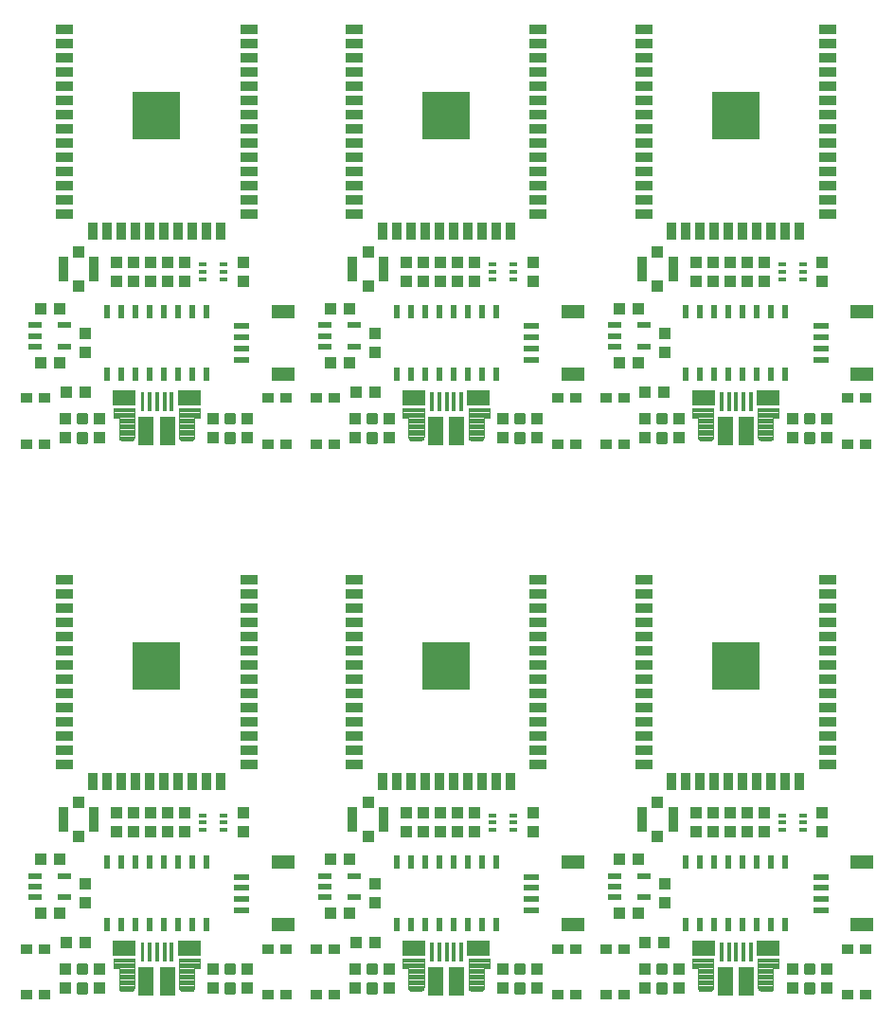
<source format=gtp>
G75*
%MOIN*%
%OFA0B0*%
%FSLAX25Y25*%
%IPPOS*%
%LPD*%
%AMOC8*
5,1,8,0,0,1.08239X$1,22.5*
%
%ADD10R,0.03937X0.04331*%
%ADD11R,0.02598X0.01181*%
%ADD12R,0.05906X0.03543*%
%ADD13R,0.03543X0.05906*%
%ADD14R,0.16703X0.16799*%
%ADD15R,0.07874X0.05748*%
%ADD16R,0.05610X0.09843*%
%ADD17C,0.00400*%
%ADD18C,0.00197*%
%ADD19R,0.04724X0.02165*%
%ADD20R,0.04331X0.03937*%
%ADD21R,0.07874X0.04724*%
%ADD22R,0.05315X0.02362*%
%ADD23R,0.03937X0.03543*%
%ADD24C,0.01181*%
%ADD25R,0.03346X0.08661*%
%ADD26R,0.03937X0.04134*%
%ADD27R,0.02362X0.04724*%
D10*
X0046500Y0045404D03*
X0046500Y0052096D03*
X0058500Y0052096D03*
X0058500Y0045404D03*
X0053500Y0075404D03*
X0053500Y0082096D03*
X0064500Y0100404D03*
X0064500Y0107096D03*
X0070500Y0107096D03*
X0070500Y0100404D03*
X0076500Y0100404D03*
X0082500Y0100404D03*
X0082500Y0107096D03*
X0076500Y0107096D03*
X0088500Y0107096D03*
X0088500Y0100404D03*
X0109000Y0100404D03*
X0109000Y0107096D03*
X0110500Y0052096D03*
X0110500Y0045404D03*
X0098500Y0045404D03*
X0098500Y0052096D03*
X0148421Y0052096D03*
X0148421Y0045404D03*
X0160421Y0045404D03*
X0160421Y0052096D03*
X0155421Y0075404D03*
X0155421Y0082096D03*
X0166421Y0100404D03*
X0172421Y0100404D03*
X0172421Y0107096D03*
X0166421Y0107096D03*
X0178421Y0107096D03*
X0178421Y0100404D03*
X0184421Y0100404D03*
X0190421Y0100404D03*
X0190421Y0107096D03*
X0184421Y0107096D03*
X0210921Y0107096D03*
X0210921Y0100404D03*
X0212421Y0052096D03*
X0212421Y0045404D03*
X0200421Y0045404D03*
X0200421Y0052096D03*
X0250342Y0052096D03*
X0250342Y0045404D03*
X0262342Y0045404D03*
X0262342Y0052096D03*
X0257342Y0075404D03*
X0257342Y0082096D03*
X0268342Y0100404D03*
X0268342Y0107096D03*
X0274342Y0107096D03*
X0280342Y0107096D03*
X0280342Y0100404D03*
X0274342Y0100404D03*
X0286342Y0100404D03*
X0286342Y0107096D03*
X0292342Y0107096D03*
X0292342Y0100404D03*
X0312842Y0100404D03*
X0312842Y0107096D03*
X0314342Y0052096D03*
X0314342Y0045404D03*
X0302342Y0045404D03*
X0302342Y0052096D03*
X0302342Y0239104D03*
X0302342Y0245797D03*
X0314342Y0245797D03*
X0314342Y0239104D03*
X0312842Y0294104D03*
X0312842Y0300797D03*
X0292342Y0300797D03*
X0286342Y0300797D03*
X0280342Y0300797D03*
X0274342Y0300797D03*
X0268342Y0300797D03*
X0268342Y0294104D03*
X0274342Y0294104D03*
X0280342Y0294104D03*
X0286342Y0294104D03*
X0292342Y0294104D03*
X0257342Y0275797D03*
X0257342Y0269104D03*
X0262342Y0245797D03*
X0262342Y0239104D03*
X0250342Y0239104D03*
X0250342Y0245797D03*
X0212421Y0245797D03*
X0212421Y0239104D03*
X0200421Y0239104D03*
X0200421Y0245797D03*
X0190421Y0294104D03*
X0184421Y0294104D03*
X0178421Y0294104D03*
X0172421Y0294104D03*
X0166421Y0294104D03*
X0166421Y0300797D03*
X0172421Y0300797D03*
X0178421Y0300797D03*
X0184421Y0300797D03*
X0190421Y0300797D03*
X0210921Y0300797D03*
X0210921Y0294104D03*
X0160421Y0245797D03*
X0160421Y0239104D03*
X0148421Y0239104D03*
X0148421Y0245797D03*
X0155421Y0269104D03*
X0155421Y0275797D03*
X0109000Y0294104D03*
X0109000Y0300797D03*
X0088500Y0300797D03*
X0082500Y0300797D03*
X0076500Y0300797D03*
X0070500Y0300797D03*
X0064500Y0300797D03*
X0064500Y0294104D03*
X0070500Y0294104D03*
X0076500Y0294104D03*
X0082500Y0294104D03*
X0088500Y0294104D03*
X0053500Y0275797D03*
X0053500Y0269104D03*
X0058500Y0245797D03*
X0058500Y0239104D03*
X0046500Y0239104D03*
X0046500Y0245797D03*
X0098500Y0245797D03*
X0098500Y0239104D03*
X0110500Y0239104D03*
X0110500Y0245797D03*
D11*
X0102122Y0294892D03*
X0102122Y0297451D03*
X0102122Y0300010D03*
X0094878Y0300010D03*
X0094878Y0297451D03*
X0094878Y0294892D03*
X0196799Y0294892D03*
X0196799Y0297451D03*
X0196799Y0300010D03*
X0204043Y0300010D03*
X0204043Y0297451D03*
X0204043Y0294892D03*
X0298720Y0294892D03*
X0298720Y0297451D03*
X0298720Y0300010D03*
X0305965Y0300010D03*
X0305965Y0297451D03*
X0305965Y0294892D03*
X0305965Y0106309D03*
X0305965Y0103750D03*
X0305965Y0101191D03*
X0298720Y0101191D03*
X0298720Y0103750D03*
X0298720Y0106309D03*
X0204043Y0106309D03*
X0204043Y0103750D03*
X0204043Y0101191D03*
X0196799Y0101191D03*
X0196799Y0103750D03*
X0196799Y0106309D03*
X0102122Y0106309D03*
X0102122Y0103750D03*
X0102122Y0101191D03*
X0094878Y0101191D03*
X0094878Y0103750D03*
X0094878Y0106309D03*
D12*
X0110933Y0124065D03*
X0110933Y0129065D03*
X0110933Y0134065D03*
X0110933Y0139065D03*
X0110933Y0144065D03*
X0110933Y0149065D03*
X0110933Y0154065D03*
X0110933Y0159065D03*
X0110933Y0164065D03*
X0110933Y0169065D03*
X0110933Y0174065D03*
X0110933Y0179065D03*
X0110933Y0184065D03*
X0110933Y0189065D03*
X0147988Y0189065D03*
X0147988Y0184065D03*
X0147988Y0179065D03*
X0147988Y0174065D03*
X0147988Y0169065D03*
X0147988Y0164065D03*
X0147988Y0159065D03*
X0147988Y0154065D03*
X0147988Y0149065D03*
X0147988Y0144065D03*
X0147988Y0139065D03*
X0147988Y0134065D03*
X0147988Y0129065D03*
X0147988Y0124065D03*
X0212854Y0124065D03*
X0212854Y0129065D03*
X0212854Y0134065D03*
X0212854Y0139065D03*
X0212854Y0144065D03*
X0212854Y0149065D03*
X0212854Y0154065D03*
X0212854Y0159065D03*
X0212854Y0164065D03*
X0212854Y0169065D03*
X0212854Y0174065D03*
X0212854Y0179065D03*
X0212854Y0184065D03*
X0212854Y0189065D03*
X0249909Y0189065D03*
X0249909Y0184065D03*
X0249909Y0179065D03*
X0249909Y0174065D03*
X0249909Y0169065D03*
X0249909Y0164065D03*
X0249909Y0159065D03*
X0249909Y0154065D03*
X0249909Y0149065D03*
X0249909Y0144065D03*
X0249909Y0139065D03*
X0249909Y0134065D03*
X0249909Y0129065D03*
X0249909Y0124065D03*
X0314776Y0124065D03*
X0314776Y0129065D03*
X0314776Y0134065D03*
X0314776Y0139065D03*
X0314776Y0144065D03*
X0314776Y0149065D03*
X0314776Y0154065D03*
X0314776Y0159065D03*
X0314776Y0164065D03*
X0314776Y0169065D03*
X0314776Y0174065D03*
X0314776Y0179065D03*
X0314776Y0184065D03*
X0314776Y0189065D03*
X0314776Y0317766D03*
X0314776Y0322766D03*
X0314776Y0327766D03*
X0314776Y0332766D03*
X0314776Y0337766D03*
X0314776Y0342766D03*
X0314776Y0347766D03*
X0314776Y0352766D03*
X0314776Y0357766D03*
X0314776Y0362766D03*
X0314776Y0367766D03*
X0314776Y0372766D03*
X0314776Y0377766D03*
X0314776Y0382766D03*
X0249909Y0382766D03*
X0249909Y0377766D03*
X0249909Y0372766D03*
X0249909Y0367766D03*
X0249909Y0362766D03*
X0249909Y0357766D03*
X0249909Y0352766D03*
X0249909Y0347766D03*
X0249909Y0342766D03*
X0249909Y0337766D03*
X0249909Y0332766D03*
X0249909Y0327766D03*
X0249909Y0322766D03*
X0249909Y0317766D03*
X0212854Y0317766D03*
X0212854Y0322766D03*
X0212854Y0327766D03*
X0212854Y0332766D03*
X0212854Y0337766D03*
X0212854Y0342766D03*
X0212854Y0347766D03*
X0212854Y0352766D03*
X0212854Y0357766D03*
X0212854Y0362766D03*
X0212854Y0367766D03*
X0212854Y0372766D03*
X0212854Y0377766D03*
X0212854Y0382766D03*
X0147988Y0382766D03*
X0147988Y0377766D03*
X0147988Y0372766D03*
X0147988Y0367766D03*
X0147988Y0362766D03*
X0147988Y0357766D03*
X0147988Y0352766D03*
X0147988Y0347766D03*
X0147988Y0342766D03*
X0147988Y0337766D03*
X0147988Y0332766D03*
X0147988Y0327766D03*
X0147988Y0322766D03*
X0147988Y0317766D03*
X0110933Y0317766D03*
X0110933Y0322766D03*
X0110933Y0327766D03*
X0110933Y0332766D03*
X0110933Y0337766D03*
X0110933Y0342766D03*
X0110933Y0347766D03*
X0110933Y0352766D03*
X0110933Y0357766D03*
X0110933Y0362766D03*
X0110933Y0367766D03*
X0110933Y0372766D03*
X0110933Y0377766D03*
X0110933Y0382766D03*
X0046067Y0382766D03*
X0046067Y0377766D03*
X0046067Y0372766D03*
X0046067Y0367766D03*
X0046067Y0362766D03*
X0046067Y0357766D03*
X0046067Y0352766D03*
X0046067Y0347766D03*
X0046067Y0342766D03*
X0046067Y0337766D03*
X0046067Y0332766D03*
X0046067Y0327766D03*
X0046067Y0322766D03*
X0046067Y0317766D03*
X0046067Y0189065D03*
X0046067Y0184065D03*
X0046067Y0179065D03*
X0046067Y0174065D03*
X0046067Y0169065D03*
X0046067Y0164065D03*
X0046067Y0159065D03*
X0046067Y0154065D03*
X0046067Y0149065D03*
X0046067Y0144065D03*
X0046067Y0139065D03*
X0046067Y0134065D03*
X0046067Y0129065D03*
X0046067Y0124065D03*
D13*
X0056000Y0118199D03*
X0061000Y0118199D03*
X0066000Y0118199D03*
X0071000Y0118199D03*
X0076000Y0118199D03*
X0081000Y0118199D03*
X0086000Y0118199D03*
X0091000Y0118199D03*
X0096000Y0118199D03*
X0101000Y0118199D03*
X0157921Y0118199D03*
X0162921Y0118199D03*
X0167921Y0118199D03*
X0172921Y0118199D03*
X0177921Y0118199D03*
X0182921Y0118199D03*
X0187921Y0118199D03*
X0192921Y0118199D03*
X0197921Y0118199D03*
X0202921Y0118199D03*
X0259842Y0118199D03*
X0264842Y0118199D03*
X0269842Y0118199D03*
X0274842Y0118199D03*
X0279842Y0118199D03*
X0284842Y0118199D03*
X0289842Y0118199D03*
X0294842Y0118199D03*
X0299842Y0118199D03*
X0304842Y0118199D03*
X0304842Y0311900D03*
X0299842Y0311900D03*
X0294842Y0311900D03*
X0289842Y0311900D03*
X0284842Y0311900D03*
X0279842Y0311900D03*
X0274842Y0311900D03*
X0269842Y0311900D03*
X0264842Y0311900D03*
X0259842Y0311900D03*
X0202921Y0311900D03*
X0197921Y0311900D03*
X0192921Y0311900D03*
X0187921Y0311900D03*
X0182921Y0311900D03*
X0177921Y0311900D03*
X0172921Y0311900D03*
X0167921Y0311900D03*
X0162921Y0311900D03*
X0157921Y0311900D03*
X0101000Y0311900D03*
X0096000Y0311900D03*
X0091000Y0311900D03*
X0086000Y0311900D03*
X0081000Y0311900D03*
X0076000Y0311900D03*
X0071000Y0311900D03*
X0066000Y0311900D03*
X0061000Y0311900D03*
X0056000Y0311900D03*
D14*
X0078500Y0352453D03*
X0180421Y0352453D03*
X0282342Y0352453D03*
X0282342Y0158752D03*
X0180421Y0158752D03*
X0078500Y0158752D03*
D15*
X0067083Y0253033D03*
X0089917Y0253033D03*
X0169004Y0253033D03*
X0191839Y0253033D03*
X0270925Y0253033D03*
X0293760Y0253033D03*
X0293760Y0059333D03*
X0270925Y0059333D03*
X0191839Y0059333D03*
X0169004Y0059333D03*
X0089917Y0059333D03*
X0067083Y0059333D03*
D16*
X0074711Y0047719D03*
X0082289Y0047719D03*
X0176632Y0047719D03*
X0184211Y0047719D03*
X0278553Y0047719D03*
X0286132Y0047719D03*
X0286132Y0241419D03*
X0278553Y0241419D03*
X0184211Y0241419D03*
X0176632Y0241419D03*
X0082289Y0241419D03*
X0074711Y0241419D03*
D17*
X0070643Y0241592D02*
X0065243Y0241592D01*
X0065243Y0241194D02*
X0070643Y0241194D01*
X0070643Y0240795D02*
X0065243Y0240795D01*
X0065243Y0240397D02*
X0070643Y0240397D01*
X0070643Y0239998D02*
X0065243Y0239998D01*
X0065243Y0239600D02*
X0070643Y0239600D01*
X0070643Y0239391D02*
X0070611Y0239102D01*
X0070514Y0238827D01*
X0070360Y0238580D01*
X0070154Y0238375D01*
X0069907Y0238220D01*
X0069632Y0238124D01*
X0069343Y0238091D01*
X0066443Y0238091D01*
X0066176Y0238121D01*
X0065923Y0238210D01*
X0065695Y0238353D01*
X0065505Y0238543D01*
X0065362Y0238770D01*
X0065273Y0239024D01*
X0065243Y0239291D01*
X0065243Y0246191D01*
X0065236Y0246229D01*
X0065214Y0246262D01*
X0065181Y0246283D01*
X0065143Y0246291D01*
X0063243Y0246291D01*
X0063243Y0249391D01*
X0070643Y0249391D01*
X0070643Y0239391D01*
X0070622Y0239201D02*
X0065253Y0239201D01*
X0065351Y0238803D02*
X0070499Y0238803D01*
X0070183Y0238404D02*
X0065644Y0238404D01*
X0065243Y0241991D02*
X0070643Y0241991D01*
X0070643Y0242389D02*
X0065243Y0242389D01*
X0065243Y0242788D02*
X0070643Y0242788D01*
X0070643Y0243186D02*
X0065243Y0243186D01*
X0065243Y0243585D02*
X0070643Y0243585D01*
X0070643Y0243983D02*
X0065243Y0243983D01*
X0065243Y0244382D02*
X0070643Y0244382D01*
X0070643Y0244780D02*
X0065243Y0244780D01*
X0065243Y0245179D02*
X0070643Y0245179D01*
X0070643Y0245577D02*
X0065243Y0245577D01*
X0065243Y0245976D02*
X0070643Y0245976D01*
X0070643Y0246374D02*
X0063243Y0246374D01*
X0063243Y0246773D02*
X0070643Y0246773D01*
X0070643Y0247171D02*
X0063243Y0247171D01*
X0063243Y0247570D02*
X0070643Y0247570D01*
X0070643Y0247968D02*
X0063243Y0247968D01*
X0063243Y0248367D02*
X0070643Y0248367D01*
X0070643Y0248765D02*
X0063243Y0248765D01*
X0063243Y0249164D02*
X0070643Y0249164D01*
X0086306Y0249164D02*
X0093706Y0249164D01*
X0093706Y0249391D02*
X0086306Y0249391D01*
X0086306Y0239391D01*
X0086339Y0239102D01*
X0086435Y0238827D01*
X0086590Y0238580D01*
X0086796Y0238375D01*
X0087042Y0238220D01*
X0087317Y0238124D01*
X0087606Y0238091D01*
X0090506Y0238091D01*
X0090773Y0238121D01*
X0091027Y0238210D01*
X0091254Y0238353D01*
X0091445Y0238543D01*
X0091587Y0238770D01*
X0091676Y0239024D01*
X0091706Y0239291D01*
X0091706Y0246191D01*
X0091714Y0246229D01*
X0091736Y0246262D01*
X0091768Y0246283D01*
X0091806Y0246291D01*
X0093706Y0246291D01*
X0093706Y0249391D01*
X0093706Y0248765D02*
X0086306Y0248765D01*
X0086306Y0248367D02*
X0093706Y0248367D01*
X0093706Y0247968D02*
X0086306Y0247968D01*
X0086306Y0247570D02*
X0093706Y0247570D01*
X0093706Y0247171D02*
X0086306Y0247171D01*
X0086306Y0246773D02*
X0093706Y0246773D01*
X0093706Y0246374D02*
X0086306Y0246374D01*
X0086306Y0245976D02*
X0091706Y0245976D01*
X0091706Y0245577D02*
X0086306Y0245577D01*
X0086306Y0245179D02*
X0091706Y0245179D01*
X0091706Y0244780D02*
X0086306Y0244780D01*
X0086306Y0244382D02*
X0091706Y0244382D01*
X0091706Y0243983D02*
X0086306Y0243983D01*
X0086306Y0243585D02*
X0091706Y0243585D01*
X0091706Y0243186D02*
X0086306Y0243186D01*
X0086306Y0242788D02*
X0091706Y0242788D01*
X0091706Y0242389D02*
X0086306Y0242389D01*
X0086306Y0241991D02*
X0091706Y0241991D01*
X0091706Y0241592D02*
X0086306Y0241592D01*
X0086306Y0241194D02*
X0091706Y0241194D01*
X0091706Y0240795D02*
X0086306Y0240795D01*
X0086306Y0240397D02*
X0091706Y0240397D01*
X0091706Y0239998D02*
X0086306Y0239998D01*
X0086306Y0239600D02*
X0091706Y0239600D01*
X0091696Y0239201D02*
X0086328Y0239201D01*
X0086450Y0238803D02*
X0091599Y0238803D01*
X0091306Y0238404D02*
X0086766Y0238404D01*
X0165164Y0246291D02*
X0165164Y0249391D01*
X0172564Y0249391D01*
X0172564Y0239391D01*
X0172532Y0239102D01*
X0172436Y0238827D01*
X0172281Y0238580D01*
X0172075Y0238375D01*
X0171829Y0238220D01*
X0171554Y0238124D01*
X0171264Y0238091D01*
X0168364Y0238091D01*
X0168097Y0238121D01*
X0167844Y0238210D01*
X0167616Y0238353D01*
X0167426Y0238543D01*
X0167283Y0238770D01*
X0167195Y0239024D01*
X0167164Y0239291D01*
X0167164Y0246191D01*
X0167157Y0246229D01*
X0167135Y0246262D01*
X0167103Y0246283D01*
X0167064Y0246291D01*
X0165164Y0246291D01*
X0165164Y0246374D02*
X0172564Y0246374D01*
X0172564Y0245976D02*
X0167164Y0245976D01*
X0167164Y0245577D02*
X0172564Y0245577D01*
X0172564Y0245179D02*
X0167164Y0245179D01*
X0167164Y0244780D02*
X0172564Y0244780D01*
X0172564Y0244382D02*
X0167164Y0244382D01*
X0167164Y0243983D02*
X0172564Y0243983D01*
X0172564Y0243585D02*
X0167164Y0243585D01*
X0167164Y0243186D02*
X0172564Y0243186D01*
X0172564Y0242788D02*
X0167164Y0242788D01*
X0167164Y0242389D02*
X0172564Y0242389D01*
X0172564Y0241991D02*
X0167164Y0241991D01*
X0167164Y0241592D02*
X0172564Y0241592D01*
X0172564Y0241194D02*
X0167164Y0241194D01*
X0167164Y0240795D02*
X0172564Y0240795D01*
X0172564Y0240397D02*
X0167164Y0240397D01*
X0167164Y0239998D02*
X0172564Y0239998D01*
X0172564Y0239600D02*
X0167164Y0239600D01*
X0167175Y0239201D02*
X0172543Y0239201D01*
X0172420Y0238803D02*
X0167272Y0238803D01*
X0167565Y0238404D02*
X0172105Y0238404D01*
X0172564Y0246773D02*
X0165164Y0246773D01*
X0165164Y0247171D02*
X0172564Y0247171D01*
X0172564Y0247570D02*
X0165164Y0247570D01*
X0165164Y0247968D02*
X0172564Y0247968D01*
X0172564Y0248367D02*
X0165164Y0248367D01*
X0165164Y0248765D02*
X0172564Y0248765D01*
X0172564Y0249164D02*
X0165164Y0249164D01*
X0188228Y0249164D02*
X0195628Y0249164D01*
X0195628Y0249391D02*
X0188228Y0249391D01*
X0188228Y0239391D01*
X0188260Y0239102D01*
X0188356Y0238827D01*
X0188511Y0238580D01*
X0188717Y0238375D01*
X0188964Y0238220D01*
X0189238Y0238124D01*
X0189528Y0238091D01*
X0192428Y0238091D01*
X0192695Y0238121D01*
X0192948Y0238210D01*
X0193176Y0238353D01*
X0193366Y0238543D01*
X0193509Y0238770D01*
X0193598Y0239024D01*
X0193628Y0239291D01*
X0193628Y0246191D01*
X0193635Y0246229D01*
X0193657Y0246262D01*
X0193689Y0246283D01*
X0193728Y0246291D01*
X0195628Y0246291D01*
X0195628Y0249391D01*
X0195628Y0248765D02*
X0188228Y0248765D01*
X0188228Y0248367D02*
X0195628Y0248367D01*
X0195628Y0247968D02*
X0188228Y0247968D01*
X0188228Y0247570D02*
X0195628Y0247570D01*
X0195628Y0247171D02*
X0188228Y0247171D01*
X0188228Y0246773D02*
X0195628Y0246773D01*
X0195628Y0246374D02*
X0188228Y0246374D01*
X0188228Y0245976D02*
X0193628Y0245976D01*
X0193628Y0245577D02*
X0188228Y0245577D01*
X0188228Y0245179D02*
X0193628Y0245179D01*
X0193628Y0244780D02*
X0188228Y0244780D01*
X0188228Y0244382D02*
X0193628Y0244382D01*
X0193628Y0243983D02*
X0188228Y0243983D01*
X0188228Y0243585D02*
X0193628Y0243585D01*
X0193628Y0243186D02*
X0188228Y0243186D01*
X0188228Y0242788D02*
X0193628Y0242788D01*
X0193628Y0242389D02*
X0188228Y0242389D01*
X0188228Y0241991D02*
X0193628Y0241991D01*
X0193628Y0241592D02*
X0188228Y0241592D01*
X0188228Y0241194D02*
X0193628Y0241194D01*
X0193628Y0240795D02*
X0188228Y0240795D01*
X0188228Y0240397D02*
X0193628Y0240397D01*
X0193628Y0239998D02*
X0188228Y0239998D01*
X0188228Y0239600D02*
X0193628Y0239600D01*
X0193617Y0239201D02*
X0188249Y0239201D01*
X0188372Y0238803D02*
X0193520Y0238803D01*
X0193227Y0238404D02*
X0188687Y0238404D01*
X0267086Y0246291D02*
X0267086Y0249391D01*
X0274486Y0249391D01*
X0274486Y0239391D01*
X0274453Y0239102D01*
X0274357Y0238827D01*
X0274202Y0238580D01*
X0273996Y0238375D01*
X0273750Y0238220D01*
X0273475Y0238124D01*
X0273186Y0238091D01*
X0270286Y0238091D01*
X0270019Y0238121D01*
X0269765Y0238210D01*
X0269537Y0238353D01*
X0269347Y0238543D01*
X0269204Y0238770D01*
X0269116Y0239024D01*
X0269086Y0239291D01*
X0269086Y0246191D01*
X0269078Y0246229D01*
X0269056Y0246262D01*
X0269024Y0246283D01*
X0268986Y0246291D01*
X0267086Y0246291D01*
X0267086Y0246374D02*
X0274486Y0246374D01*
X0274486Y0245976D02*
X0269086Y0245976D01*
X0269086Y0245577D02*
X0274486Y0245577D01*
X0274486Y0245179D02*
X0269086Y0245179D01*
X0269086Y0244780D02*
X0274486Y0244780D01*
X0274486Y0244382D02*
X0269086Y0244382D01*
X0269086Y0243983D02*
X0274486Y0243983D01*
X0274486Y0243585D02*
X0269086Y0243585D01*
X0269086Y0243186D02*
X0274486Y0243186D01*
X0274486Y0242788D02*
X0269086Y0242788D01*
X0269086Y0242389D02*
X0274486Y0242389D01*
X0274486Y0241991D02*
X0269086Y0241991D01*
X0269086Y0241592D02*
X0274486Y0241592D01*
X0274486Y0241194D02*
X0269086Y0241194D01*
X0269086Y0240795D02*
X0274486Y0240795D01*
X0274486Y0240397D02*
X0269086Y0240397D01*
X0269086Y0239998D02*
X0274486Y0239998D01*
X0274486Y0239600D02*
X0269086Y0239600D01*
X0269096Y0239201D02*
X0274464Y0239201D01*
X0274342Y0238803D02*
X0269193Y0238803D01*
X0269486Y0238404D02*
X0274026Y0238404D01*
X0274486Y0246773D02*
X0267086Y0246773D01*
X0267086Y0247171D02*
X0274486Y0247171D01*
X0274486Y0247570D02*
X0267086Y0247570D01*
X0267086Y0247968D02*
X0274486Y0247968D01*
X0274486Y0248367D02*
X0267086Y0248367D01*
X0267086Y0248765D02*
X0274486Y0248765D01*
X0274486Y0249164D02*
X0267086Y0249164D01*
X0290149Y0249164D02*
X0297549Y0249164D01*
X0297549Y0249391D02*
X0290149Y0249391D01*
X0290149Y0239391D01*
X0290181Y0239102D01*
X0290278Y0238827D01*
X0290432Y0238580D01*
X0290638Y0238375D01*
X0290885Y0238220D01*
X0291160Y0238124D01*
X0291449Y0238091D01*
X0294349Y0238091D01*
X0294616Y0238121D01*
X0294869Y0238210D01*
X0295097Y0238353D01*
X0295287Y0238543D01*
X0295430Y0238770D01*
X0295519Y0239024D01*
X0295549Y0239291D01*
X0295549Y0246191D01*
X0295556Y0246229D01*
X0295578Y0246262D01*
X0295611Y0246283D01*
X0295649Y0246291D01*
X0297549Y0246291D01*
X0297549Y0249391D01*
X0297549Y0248765D02*
X0290149Y0248765D01*
X0290149Y0248367D02*
X0297549Y0248367D01*
X0297549Y0247968D02*
X0290149Y0247968D01*
X0290149Y0247570D02*
X0297549Y0247570D01*
X0297549Y0247171D02*
X0290149Y0247171D01*
X0290149Y0246773D02*
X0297549Y0246773D01*
X0297549Y0246374D02*
X0290149Y0246374D01*
X0290149Y0245976D02*
X0295549Y0245976D01*
X0295549Y0245577D02*
X0290149Y0245577D01*
X0290149Y0245179D02*
X0295549Y0245179D01*
X0295549Y0244780D02*
X0290149Y0244780D01*
X0290149Y0244382D02*
X0295549Y0244382D01*
X0295549Y0243983D02*
X0290149Y0243983D01*
X0290149Y0243585D02*
X0295549Y0243585D01*
X0295549Y0243186D02*
X0290149Y0243186D01*
X0290149Y0242788D02*
X0295549Y0242788D01*
X0295549Y0242389D02*
X0290149Y0242389D01*
X0290149Y0241991D02*
X0295549Y0241991D01*
X0295549Y0241592D02*
X0290149Y0241592D01*
X0290149Y0241194D02*
X0295549Y0241194D01*
X0295549Y0240795D02*
X0290149Y0240795D01*
X0290149Y0240397D02*
X0295549Y0240397D01*
X0295549Y0239998D02*
X0290149Y0239998D01*
X0290149Y0239600D02*
X0295549Y0239600D01*
X0295539Y0239201D02*
X0290170Y0239201D01*
X0290293Y0238803D02*
X0295441Y0238803D01*
X0295148Y0238404D02*
X0290609Y0238404D01*
X0290149Y0055690D02*
X0290149Y0045690D01*
X0290181Y0045401D01*
X0290278Y0045126D01*
X0290432Y0044880D01*
X0290638Y0044674D01*
X0290885Y0044519D01*
X0291160Y0044423D01*
X0291449Y0044390D01*
X0294349Y0044390D01*
X0294616Y0044420D01*
X0294869Y0044509D01*
X0295097Y0044652D01*
X0295287Y0044842D01*
X0295430Y0045070D01*
X0295519Y0045323D01*
X0295549Y0045590D01*
X0295549Y0052490D01*
X0295556Y0052528D01*
X0295578Y0052561D01*
X0295611Y0052583D01*
X0295649Y0052590D01*
X0297549Y0052590D01*
X0297549Y0055690D01*
X0290149Y0055690D01*
X0290149Y0055487D02*
X0297549Y0055487D01*
X0297549Y0055089D02*
X0290149Y0055089D01*
X0290149Y0054690D02*
X0297549Y0054690D01*
X0297549Y0054292D02*
X0290149Y0054292D01*
X0290149Y0053893D02*
X0297549Y0053893D01*
X0297549Y0053495D02*
X0290149Y0053495D01*
X0290149Y0053096D02*
X0297549Y0053096D01*
X0297549Y0052698D02*
X0290149Y0052698D01*
X0290149Y0052299D02*
X0295549Y0052299D01*
X0295549Y0051901D02*
X0290149Y0051901D01*
X0290149Y0051502D02*
X0295549Y0051502D01*
X0295549Y0051104D02*
X0290149Y0051104D01*
X0290149Y0050705D02*
X0295549Y0050705D01*
X0295549Y0050307D02*
X0290149Y0050307D01*
X0290149Y0049908D02*
X0295549Y0049908D01*
X0295549Y0049510D02*
X0290149Y0049510D01*
X0290149Y0049111D02*
X0295549Y0049111D01*
X0295549Y0048713D02*
X0290149Y0048713D01*
X0290149Y0048314D02*
X0295549Y0048314D01*
X0295549Y0047916D02*
X0290149Y0047916D01*
X0290149Y0047517D02*
X0295549Y0047517D01*
X0295549Y0047119D02*
X0290149Y0047119D01*
X0290149Y0046720D02*
X0295549Y0046720D01*
X0295549Y0046322D02*
X0290149Y0046322D01*
X0290149Y0045923D02*
X0295549Y0045923D01*
X0295541Y0045525D02*
X0290167Y0045525D01*
X0290277Y0045126D02*
X0295450Y0045126D01*
X0295173Y0044728D02*
X0290584Y0044728D01*
X0274486Y0045690D02*
X0274453Y0045401D01*
X0274357Y0045126D01*
X0274202Y0044880D01*
X0273996Y0044674D01*
X0273750Y0044519D01*
X0273475Y0044423D01*
X0273186Y0044390D01*
X0270286Y0044390D01*
X0270019Y0044420D01*
X0269765Y0044509D01*
X0269537Y0044652D01*
X0269347Y0044842D01*
X0269204Y0045070D01*
X0269116Y0045323D01*
X0269086Y0045590D01*
X0269086Y0052490D01*
X0269078Y0052528D01*
X0269056Y0052561D01*
X0269024Y0052583D01*
X0268986Y0052590D01*
X0267086Y0052590D01*
X0267086Y0055690D01*
X0274486Y0055690D01*
X0274486Y0045690D01*
X0274467Y0045525D02*
X0269093Y0045525D01*
X0269086Y0045923D02*
X0274486Y0045923D01*
X0274486Y0046322D02*
X0269086Y0046322D01*
X0269086Y0046720D02*
X0274486Y0046720D01*
X0274486Y0047119D02*
X0269086Y0047119D01*
X0269086Y0047517D02*
X0274486Y0047517D01*
X0274486Y0047916D02*
X0269086Y0047916D01*
X0269086Y0048314D02*
X0274486Y0048314D01*
X0274486Y0048713D02*
X0269086Y0048713D01*
X0269086Y0049111D02*
X0274486Y0049111D01*
X0274486Y0049510D02*
X0269086Y0049510D01*
X0269086Y0049908D02*
X0274486Y0049908D01*
X0274486Y0050307D02*
X0269086Y0050307D01*
X0269086Y0050705D02*
X0274486Y0050705D01*
X0274486Y0051104D02*
X0269086Y0051104D01*
X0269086Y0051502D02*
X0274486Y0051502D01*
X0274486Y0051901D02*
X0269086Y0051901D01*
X0269086Y0052299D02*
X0274486Y0052299D01*
X0274486Y0052698D02*
X0267086Y0052698D01*
X0267086Y0053096D02*
X0274486Y0053096D01*
X0274486Y0053495D02*
X0267086Y0053495D01*
X0267086Y0053893D02*
X0274486Y0053893D01*
X0274486Y0054292D02*
X0267086Y0054292D01*
X0267086Y0054690D02*
X0274486Y0054690D01*
X0274486Y0055089D02*
X0267086Y0055089D01*
X0267086Y0055487D02*
X0274486Y0055487D01*
X0274357Y0045126D02*
X0269185Y0045126D01*
X0269462Y0044728D02*
X0274050Y0044728D01*
X0195628Y0052590D02*
X0195628Y0055690D01*
X0188228Y0055690D01*
X0188228Y0045690D01*
X0188260Y0045401D01*
X0188356Y0045126D01*
X0193529Y0045126D01*
X0193509Y0045070D02*
X0193598Y0045323D01*
X0193628Y0045590D01*
X0193628Y0052490D01*
X0193635Y0052528D01*
X0193657Y0052561D01*
X0193689Y0052583D01*
X0193728Y0052590D01*
X0195628Y0052590D01*
X0195628Y0052698D02*
X0188228Y0052698D01*
X0188228Y0053096D02*
X0195628Y0053096D01*
X0195628Y0053495D02*
X0188228Y0053495D01*
X0188228Y0053893D02*
X0195628Y0053893D01*
X0195628Y0054292D02*
X0188228Y0054292D01*
X0188228Y0054690D02*
X0195628Y0054690D01*
X0195628Y0055089D02*
X0188228Y0055089D01*
X0188228Y0055487D02*
X0195628Y0055487D01*
X0193628Y0052299D02*
X0188228Y0052299D01*
X0188228Y0051901D02*
X0193628Y0051901D01*
X0193628Y0051502D02*
X0188228Y0051502D01*
X0188228Y0051104D02*
X0193628Y0051104D01*
X0193628Y0050705D02*
X0188228Y0050705D01*
X0188228Y0050307D02*
X0193628Y0050307D01*
X0193628Y0049908D02*
X0188228Y0049908D01*
X0188228Y0049510D02*
X0193628Y0049510D01*
X0193628Y0049111D02*
X0188228Y0049111D01*
X0188228Y0048713D02*
X0193628Y0048713D01*
X0193628Y0048314D02*
X0188228Y0048314D01*
X0188228Y0047916D02*
X0193628Y0047916D01*
X0193628Y0047517D02*
X0188228Y0047517D01*
X0188228Y0047119D02*
X0193628Y0047119D01*
X0193628Y0046720D02*
X0188228Y0046720D01*
X0188228Y0046322D02*
X0193628Y0046322D01*
X0193628Y0045923D02*
X0188228Y0045923D01*
X0188246Y0045525D02*
X0193620Y0045525D01*
X0193509Y0045070D02*
X0193366Y0044842D01*
X0193176Y0044652D01*
X0192948Y0044509D01*
X0192695Y0044420D01*
X0192428Y0044390D01*
X0189528Y0044390D01*
X0189238Y0044423D01*
X0188964Y0044519D01*
X0188717Y0044674D01*
X0188511Y0044880D01*
X0188356Y0045126D01*
X0188663Y0044728D02*
X0193252Y0044728D01*
X0172564Y0045690D02*
X0172532Y0045401D01*
X0172436Y0045126D01*
X0172281Y0044880D01*
X0172075Y0044674D01*
X0171829Y0044519D01*
X0171554Y0044423D01*
X0171264Y0044390D01*
X0168364Y0044390D01*
X0168097Y0044420D01*
X0167844Y0044509D01*
X0167616Y0044652D01*
X0167426Y0044842D01*
X0167283Y0045070D01*
X0167195Y0045323D01*
X0167164Y0045590D01*
X0167164Y0052490D01*
X0167157Y0052528D01*
X0167135Y0052561D01*
X0167103Y0052583D01*
X0167064Y0052590D01*
X0165164Y0052590D01*
X0165164Y0055690D01*
X0172564Y0055690D01*
X0172564Y0045690D01*
X0172546Y0045525D02*
X0167172Y0045525D01*
X0167164Y0045923D02*
X0172564Y0045923D01*
X0172564Y0046322D02*
X0167164Y0046322D01*
X0167164Y0046720D02*
X0172564Y0046720D01*
X0172564Y0047119D02*
X0167164Y0047119D01*
X0167164Y0047517D02*
X0172564Y0047517D01*
X0172564Y0047916D02*
X0167164Y0047916D01*
X0167164Y0048314D02*
X0172564Y0048314D01*
X0172564Y0048713D02*
X0167164Y0048713D01*
X0167164Y0049111D02*
X0172564Y0049111D01*
X0172564Y0049510D02*
X0167164Y0049510D01*
X0167164Y0049908D02*
X0172564Y0049908D01*
X0172564Y0050307D02*
X0167164Y0050307D01*
X0167164Y0050705D02*
X0172564Y0050705D01*
X0172564Y0051104D02*
X0167164Y0051104D01*
X0167164Y0051502D02*
X0172564Y0051502D01*
X0172564Y0051901D02*
X0167164Y0051901D01*
X0167164Y0052299D02*
X0172564Y0052299D01*
X0172564Y0052698D02*
X0165164Y0052698D01*
X0165164Y0053096D02*
X0172564Y0053096D01*
X0172564Y0053495D02*
X0165164Y0053495D01*
X0165164Y0053893D02*
X0172564Y0053893D01*
X0172564Y0054292D02*
X0165164Y0054292D01*
X0165164Y0054690D02*
X0172564Y0054690D01*
X0172564Y0055089D02*
X0165164Y0055089D01*
X0165164Y0055487D02*
X0172564Y0055487D01*
X0172436Y0045126D02*
X0167263Y0045126D01*
X0167541Y0044728D02*
X0172129Y0044728D01*
X0093706Y0052590D02*
X0093706Y0055690D01*
X0086306Y0055690D01*
X0086306Y0045690D01*
X0086339Y0045401D01*
X0086435Y0045126D01*
X0086590Y0044880D01*
X0086796Y0044674D01*
X0087042Y0044519D01*
X0087317Y0044423D01*
X0087606Y0044390D01*
X0090506Y0044390D01*
X0090773Y0044420D01*
X0091027Y0044509D01*
X0091254Y0044652D01*
X0091445Y0044842D01*
X0091587Y0045070D01*
X0091676Y0045323D01*
X0091706Y0045590D01*
X0091706Y0052490D01*
X0091714Y0052528D01*
X0091736Y0052561D01*
X0091768Y0052583D01*
X0091806Y0052590D01*
X0093706Y0052590D01*
X0093706Y0052698D02*
X0086306Y0052698D01*
X0086306Y0053096D02*
X0093706Y0053096D01*
X0093706Y0053495D02*
X0086306Y0053495D01*
X0086306Y0053893D02*
X0093706Y0053893D01*
X0093706Y0054292D02*
X0086306Y0054292D01*
X0086306Y0054690D02*
X0093706Y0054690D01*
X0093706Y0055089D02*
X0086306Y0055089D01*
X0086306Y0055487D02*
X0093706Y0055487D01*
X0091706Y0052299D02*
X0086306Y0052299D01*
X0086306Y0051901D02*
X0091706Y0051901D01*
X0091706Y0051502D02*
X0086306Y0051502D01*
X0086306Y0051104D02*
X0091706Y0051104D01*
X0091706Y0050705D02*
X0086306Y0050705D01*
X0086306Y0050307D02*
X0091706Y0050307D01*
X0091706Y0049908D02*
X0086306Y0049908D01*
X0086306Y0049510D02*
X0091706Y0049510D01*
X0091706Y0049111D02*
X0086306Y0049111D01*
X0086306Y0048713D02*
X0091706Y0048713D01*
X0091706Y0048314D02*
X0086306Y0048314D01*
X0086306Y0047916D02*
X0091706Y0047916D01*
X0091706Y0047517D02*
X0086306Y0047517D01*
X0086306Y0047119D02*
X0091706Y0047119D01*
X0091706Y0046720D02*
X0086306Y0046720D01*
X0086306Y0046322D02*
X0091706Y0046322D01*
X0091706Y0045923D02*
X0086306Y0045923D01*
X0086325Y0045525D02*
X0091699Y0045525D01*
X0091607Y0045126D02*
X0086435Y0045126D01*
X0086742Y0044728D02*
X0091330Y0044728D01*
X0070643Y0045690D02*
X0070611Y0045401D01*
X0070514Y0045126D01*
X0070360Y0044880D01*
X0070154Y0044674D01*
X0069907Y0044519D01*
X0069632Y0044423D01*
X0069343Y0044390D01*
X0066443Y0044390D01*
X0066176Y0044420D01*
X0065923Y0044509D01*
X0065695Y0044652D01*
X0065505Y0044842D01*
X0065362Y0045070D01*
X0065273Y0045323D01*
X0065243Y0045590D01*
X0065243Y0052490D01*
X0065236Y0052528D01*
X0065214Y0052561D01*
X0065181Y0052583D01*
X0065143Y0052590D01*
X0063243Y0052590D01*
X0063243Y0055690D01*
X0070643Y0055690D01*
X0070643Y0045690D01*
X0070625Y0045525D02*
X0065251Y0045525D01*
X0065243Y0045923D02*
X0070643Y0045923D01*
X0070643Y0046322D02*
X0065243Y0046322D01*
X0065243Y0046720D02*
X0070643Y0046720D01*
X0070643Y0047119D02*
X0065243Y0047119D01*
X0065243Y0047517D02*
X0070643Y0047517D01*
X0070643Y0047916D02*
X0065243Y0047916D01*
X0065243Y0048314D02*
X0070643Y0048314D01*
X0070643Y0048713D02*
X0065243Y0048713D01*
X0065243Y0049111D02*
X0070643Y0049111D01*
X0070643Y0049510D02*
X0065243Y0049510D01*
X0065243Y0049908D02*
X0070643Y0049908D01*
X0070643Y0050307D02*
X0065243Y0050307D01*
X0065243Y0050705D02*
X0070643Y0050705D01*
X0070643Y0051104D02*
X0065243Y0051104D01*
X0065243Y0051502D02*
X0070643Y0051502D01*
X0070643Y0051901D02*
X0065243Y0051901D01*
X0065243Y0052299D02*
X0070643Y0052299D01*
X0070643Y0052698D02*
X0063243Y0052698D01*
X0063243Y0053096D02*
X0070643Y0053096D01*
X0070643Y0053495D02*
X0063243Y0053495D01*
X0063243Y0053893D02*
X0070643Y0053893D01*
X0070643Y0054292D02*
X0063243Y0054292D01*
X0063243Y0054690D02*
X0070643Y0054690D01*
X0070643Y0055089D02*
X0063243Y0055089D01*
X0063243Y0055487D02*
X0070643Y0055487D01*
X0070514Y0045126D02*
X0065342Y0045126D01*
X0065619Y0044728D02*
X0070208Y0044728D01*
D18*
X0072890Y0055077D02*
X0072890Y0061475D01*
X0073874Y0061475D01*
X0073874Y0055077D01*
X0072890Y0055077D01*
X0072890Y0055160D02*
X0073874Y0055160D01*
X0073874Y0055356D02*
X0072890Y0055356D01*
X0072890Y0055551D02*
X0073874Y0055551D01*
X0073874Y0055746D02*
X0072890Y0055746D01*
X0072890Y0055942D02*
X0073874Y0055942D01*
X0073874Y0056137D02*
X0072890Y0056137D01*
X0072890Y0056333D02*
X0073874Y0056333D01*
X0073874Y0056528D02*
X0072890Y0056528D01*
X0072890Y0056723D02*
X0073874Y0056723D01*
X0073874Y0056919D02*
X0072890Y0056919D01*
X0072890Y0057114D02*
X0073874Y0057114D01*
X0073874Y0057309D02*
X0072890Y0057309D01*
X0072890Y0057505D02*
X0073874Y0057505D01*
X0073874Y0057700D02*
X0072890Y0057700D01*
X0072890Y0057895D02*
X0073874Y0057895D01*
X0073874Y0058091D02*
X0072890Y0058091D01*
X0072890Y0058286D02*
X0073874Y0058286D01*
X0073874Y0058482D02*
X0072890Y0058482D01*
X0072890Y0058677D02*
X0073874Y0058677D01*
X0073874Y0058872D02*
X0072890Y0058872D01*
X0072890Y0059068D02*
X0073874Y0059068D01*
X0073874Y0059263D02*
X0072890Y0059263D01*
X0072890Y0059458D02*
X0073874Y0059458D01*
X0073874Y0059654D02*
X0072890Y0059654D01*
X0072890Y0059849D02*
X0073874Y0059849D01*
X0073874Y0060044D02*
X0072890Y0060044D01*
X0072890Y0060240D02*
X0073874Y0060240D01*
X0073874Y0060435D02*
X0072890Y0060435D01*
X0072890Y0060631D02*
X0073874Y0060631D01*
X0073874Y0060826D02*
X0072890Y0060826D01*
X0072890Y0061021D02*
X0073874Y0061021D01*
X0073874Y0061217D02*
X0072890Y0061217D01*
X0072890Y0061412D02*
X0073874Y0061412D01*
X0075449Y0061412D02*
X0076433Y0061412D01*
X0076433Y0061475D02*
X0076433Y0055077D01*
X0075449Y0055077D01*
X0075449Y0061475D01*
X0076433Y0061475D01*
X0076433Y0061217D02*
X0075449Y0061217D01*
X0075449Y0061021D02*
X0076433Y0061021D01*
X0076433Y0060826D02*
X0075449Y0060826D01*
X0075449Y0060631D02*
X0076433Y0060631D01*
X0076433Y0060435D02*
X0075449Y0060435D01*
X0075449Y0060240D02*
X0076433Y0060240D01*
X0076433Y0060044D02*
X0075449Y0060044D01*
X0075449Y0059849D02*
X0076433Y0059849D01*
X0076433Y0059654D02*
X0075449Y0059654D01*
X0075449Y0059458D02*
X0076433Y0059458D01*
X0076433Y0059263D02*
X0075449Y0059263D01*
X0075449Y0059068D02*
X0076433Y0059068D01*
X0076433Y0058872D02*
X0075449Y0058872D01*
X0075449Y0058677D02*
X0076433Y0058677D01*
X0076433Y0058482D02*
X0075449Y0058482D01*
X0075449Y0058286D02*
X0076433Y0058286D01*
X0076433Y0058091D02*
X0075449Y0058091D01*
X0075449Y0057895D02*
X0076433Y0057895D01*
X0076433Y0057700D02*
X0075449Y0057700D01*
X0075449Y0057505D02*
X0076433Y0057505D01*
X0076433Y0057309D02*
X0075449Y0057309D01*
X0075449Y0057114D02*
X0076433Y0057114D01*
X0076433Y0056919D02*
X0075449Y0056919D01*
X0075449Y0056723D02*
X0076433Y0056723D01*
X0076433Y0056528D02*
X0075449Y0056528D01*
X0075449Y0056333D02*
X0076433Y0056333D01*
X0076433Y0056137D02*
X0075449Y0056137D01*
X0075449Y0055942D02*
X0076433Y0055942D01*
X0076433Y0055746D02*
X0075449Y0055746D01*
X0075449Y0055551D02*
X0076433Y0055551D01*
X0076433Y0055356D02*
X0075449Y0055356D01*
X0075449Y0055160D02*
X0076433Y0055160D01*
X0078008Y0055160D02*
X0078992Y0055160D01*
X0078992Y0055077D02*
X0078008Y0055077D01*
X0078008Y0061475D01*
X0078992Y0061475D01*
X0078992Y0055077D01*
X0078992Y0055356D02*
X0078008Y0055356D01*
X0078008Y0055551D02*
X0078992Y0055551D01*
X0078992Y0055746D02*
X0078008Y0055746D01*
X0078008Y0055942D02*
X0078992Y0055942D01*
X0078992Y0056137D02*
X0078008Y0056137D01*
X0078008Y0056333D02*
X0078992Y0056333D01*
X0078992Y0056528D02*
X0078008Y0056528D01*
X0078008Y0056723D02*
X0078992Y0056723D01*
X0078992Y0056919D02*
X0078008Y0056919D01*
X0078008Y0057114D02*
X0078992Y0057114D01*
X0078992Y0057309D02*
X0078008Y0057309D01*
X0078008Y0057505D02*
X0078992Y0057505D01*
X0078992Y0057700D02*
X0078008Y0057700D01*
X0078008Y0057895D02*
X0078992Y0057895D01*
X0078992Y0058091D02*
X0078008Y0058091D01*
X0078008Y0058286D02*
X0078992Y0058286D01*
X0078992Y0058482D02*
X0078008Y0058482D01*
X0078008Y0058677D02*
X0078992Y0058677D01*
X0078992Y0058872D02*
X0078008Y0058872D01*
X0078008Y0059068D02*
X0078992Y0059068D01*
X0078992Y0059263D02*
X0078008Y0059263D01*
X0078008Y0059458D02*
X0078992Y0059458D01*
X0078992Y0059654D02*
X0078008Y0059654D01*
X0078008Y0059849D02*
X0078992Y0059849D01*
X0078992Y0060044D02*
X0078008Y0060044D01*
X0078008Y0060240D02*
X0078992Y0060240D01*
X0078992Y0060435D02*
X0078008Y0060435D01*
X0078008Y0060631D02*
X0078992Y0060631D01*
X0078992Y0060826D02*
X0078008Y0060826D01*
X0078008Y0061021D02*
X0078992Y0061021D01*
X0078992Y0061217D02*
X0078008Y0061217D01*
X0078008Y0061412D02*
X0078992Y0061412D01*
X0080567Y0061412D02*
X0081551Y0061412D01*
X0081551Y0061475D02*
X0081551Y0055077D01*
X0080567Y0055077D01*
X0080567Y0061475D01*
X0081551Y0061475D01*
X0081551Y0061217D02*
X0080567Y0061217D01*
X0080567Y0061021D02*
X0081551Y0061021D01*
X0081551Y0060826D02*
X0080567Y0060826D01*
X0080567Y0060631D02*
X0081551Y0060631D01*
X0081551Y0060435D02*
X0080567Y0060435D01*
X0080567Y0060240D02*
X0081551Y0060240D01*
X0081551Y0060044D02*
X0080567Y0060044D01*
X0080567Y0059849D02*
X0081551Y0059849D01*
X0081551Y0059654D02*
X0080567Y0059654D01*
X0080567Y0059458D02*
X0081551Y0059458D01*
X0081551Y0059263D02*
X0080567Y0059263D01*
X0080567Y0059068D02*
X0081551Y0059068D01*
X0081551Y0058872D02*
X0080567Y0058872D01*
X0080567Y0058677D02*
X0081551Y0058677D01*
X0081551Y0058482D02*
X0080567Y0058482D01*
X0080567Y0058286D02*
X0081551Y0058286D01*
X0081551Y0058091D02*
X0080567Y0058091D01*
X0080567Y0057895D02*
X0081551Y0057895D01*
X0081551Y0057700D02*
X0080567Y0057700D01*
X0080567Y0057505D02*
X0081551Y0057505D01*
X0081551Y0057309D02*
X0080567Y0057309D01*
X0080567Y0057114D02*
X0081551Y0057114D01*
X0081551Y0056919D02*
X0080567Y0056919D01*
X0080567Y0056723D02*
X0081551Y0056723D01*
X0081551Y0056528D02*
X0080567Y0056528D01*
X0080567Y0056333D02*
X0081551Y0056333D01*
X0081551Y0056137D02*
X0080567Y0056137D01*
X0080567Y0055942D02*
X0081551Y0055942D01*
X0081551Y0055746D02*
X0080567Y0055746D01*
X0080567Y0055551D02*
X0081551Y0055551D01*
X0081551Y0055356D02*
X0080567Y0055356D01*
X0080567Y0055160D02*
X0081551Y0055160D01*
X0083126Y0055160D02*
X0084110Y0055160D01*
X0084110Y0055077D02*
X0083126Y0055077D01*
X0083126Y0061475D01*
X0084110Y0061475D01*
X0084110Y0055077D01*
X0084110Y0055356D02*
X0083126Y0055356D01*
X0083126Y0055551D02*
X0084110Y0055551D01*
X0084110Y0055746D02*
X0083126Y0055746D01*
X0083126Y0055942D02*
X0084110Y0055942D01*
X0084110Y0056137D02*
X0083126Y0056137D01*
X0083126Y0056333D02*
X0084110Y0056333D01*
X0084110Y0056528D02*
X0083126Y0056528D01*
X0083126Y0056723D02*
X0084110Y0056723D01*
X0084110Y0056919D02*
X0083126Y0056919D01*
X0083126Y0057114D02*
X0084110Y0057114D01*
X0084110Y0057309D02*
X0083126Y0057309D01*
X0083126Y0057505D02*
X0084110Y0057505D01*
X0084110Y0057700D02*
X0083126Y0057700D01*
X0083126Y0057895D02*
X0084110Y0057895D01*
X0084110Y0058091D02*
X0083126Y0058091D01*
X0083126Y0058286D02*
X0084110Y0058286D01*
X0084110Y0058482D02*
X0083126Y0058482D01*
X0083126Y0058677D02*
X0084110Y0058677D01*
X0084110Y0058872D02*
X0083126Y0058872D01*
X0083126Y0059068D02*
X0084110Y0059068D01*
X0084110Y0059263D02*
X0083126Y0059263D01*
X0083126Y0059458D02*
X0084110Y0059458D01*
X0084110Y0059654D02*
X0083126Y0059654D01*
X0083126Y0059849D02*
X0084110Y0059849D01*
X0084110Y0060044D02*
X0083126Y0060044D01*
X0083126Y0060240D02*
X0084110Y0060240D01*
X0084110Y0060435D02*
X0083126Y0060435D01*
X0083126Y0060631D02*
X0084110Y0060631D01*
X0084110Y0060826D02*
X0083126Y0060826D01*
X0083126Y0061021D02*
X0084110Y0061021D01*
X0084110Y0061217D02*
X0083126Y0061217D01*
X0083126Y0061412D02*
X0084110Y0061412D01*
X0174811Y0061412D02*
X0175795Y0061412D01*
X0175795Y0061475D02*
X0175795Y0055077D01*
X0174811Y0055077D01*
X0174811Y0061475D01*
X0175795Y0061475D01*
X0175795Y0061217D02*
X0174811Y0061217D01*
X0174811Y0061021D02*
X0175795Y0061021D01*
X0175795Y0060826D02*
X0174811Y0060826D01*
X0174811Y0060631D02*
X0175795Y0060631D01*
X0175795Y0060435D02*
X0174811Y0060435D01*
X0174811Y0060240D02*
X0175795Y0060240D01*
X0175795Y0060044D02*
X0174811Y0060044D01*
X0174811Y0059849D02*
X0175795Y0059849D01*
X0175795Y0059654D02*
X0174811Y0059654D01*
X0174811Y0059458D02*
X0175795Y0059458D01*
X0175795Y0059263D02*
X0174811Y0059263D01*
X0174811Y0059068D02*
X0175795Y0059068D01*
X0175795Y0058872D02*
X0174811Y0058872D01*
X0174811Y0058677D02*
X0175795Y0058677D01*
X0175795Y0058482D02*
X0174811Y0058482D01*
X0174811Y0058286D02*
X0175795Y0058286D01*
X0175795Y0058091D02*
X0174811Y0058091D01*
X0174811Y0057895D02*
X0175795Y0057895D01*
X0175795Y0057700D02*
X0174811Y0057700D01*
X0174811Y0057505D02*
X0175795Y0057505D01*
X0175795Y0057309D02*
X0174811Y0057309D01*
X0174811Y0057114D02*
X0175795Y0057114D01*
X0175795Y0056919D02*
X0174811Y0056919D01*
X0174811Y0056723D02*
X0175795Y0056723D01*
X0175795Y0056528D02*
X0174811Y0056528D01*
X0174811Y0056333D02*
X0175795Y0056333D01*
X0175795Y0056137D02*
X0174811Y0056137D01*
X0174811Y0055942D02*
X0175795Y0055942D01*
X0175795Y0055746D02*
X0174811Y0055746D01*
X0174811Y0055551D02*
X0175795Y0055551D01*
X0175795Y0055356D02*
X0174811Y0055356D01*
X0174811Y0055160D02*
X0175795Y0055160D01*
X0177370Y0055160D02*
X0178354Y0055160D01*
X0178354Y0055077D02*
X0177370Y0055077D01*
X0177370Y0061475D01*
X0178354Y0061475D01*
X0178354Y0055077D01*
X0178354Y0055356D02*
X0177370Y0055356D01*
X0177370Y0055551D02*
X0178354Y0055551D01*
X0178354Y0055746D02*
X0177370Y0055746D01*
X0177370Y0055942D02*
X0178354Y0055942D01*
X0178354Y0056137D02*
X0177370Y0056137D01*
X0177370Y0056333D02*
X0178354Y0056333D01*
X0178354Y0056528D02*
X0177370Y0056528D01*
X0177370Y0056723D02*
X0178354Y0056723D01*
X0178354Y0056919D02*
X0177370Y0056919D01*
X0177370Y0057114D02*
X0178354Y0057114D01*
X0178354Y0057309D02*
X0177370Y0057309D01*
X0177370Y0057505D02*
X0178354Y0057505D01*
X0178354Y0057700D02*
X0177370Y0057700D01*
X0177370Y0057895D02*
X0178354Y0057895D01*
X0178354Y0058091D02*
X0177370Y0058091D01*
X0177370Y0058286D02*
X0178354Y0058286D01*
X0178354Y0058482D02*
X0177370Y0058482D01*
X0177370Y0058677D02*
X0178354Y0058677D01*
X0178354Y0058872D02*
X0177370Y0058872D01*
X0177370Y0059068D02*
X0178354Y0059068D01*
X0178354Y0059263D02*
X0177370Y0059263D01*
X0177370Y0059458D02*
X0178354Y0059458D01*
X0178354Y0059654D02*
X0177370Y0059654D01*
X0177370Y0059849D02*
X0178354Y0059849D01*
X0178354Y0060044D02*
X0177370Y0060044D01*
X0177370Y0060240D02*
X0178354Y0060240D01*
X0178354Y0060435D02*
X0177370Y0060435D01*
X0177370Y0060631D02*
X0178354Y0060631D01*
X0178354Y0060826D02*
X0177370Y0060826D01*
X0177370Y0061021D02*
X0178354Y0061021D01*
X0178354Y0061217D02*
X0177370Y0061217D01*
X0177370Y0061412D02*
X0178354Y0061412D01*
X0179929Y0061412D02*
X0180913Y0061412D01*
X0180913Y0061475D02*
X0180913Y0055077D01*
X0179929Y0055077D01*
X0179929Y0061475D01*
X0180913Y0061475D01*
X0180913Y0061217D02*
X0179929Y0061217D01*
X0179929Y0061021D02*
X0180913Y0061021D01*
X0180913Y0060826D02*
X0179929Y0060826D01*
X0179929Y0060631D02*
X0180913Y0060631D01*
X0180913Y0060435D02*
X0179929Y0060435D01*
X0179929Y0060240D02*
X0180913Y0060240D01*
X0180913Y0060044D02*
X0179929Y0060044D01*
X0179929Y0059849D02*
X0180913Y0059849D01*
X0180913Y0059654D02*
X0179929Y0059654D01*
X0179929Y0059458D02*
X0180913Y0059458D01*
X0180913Y0059263D02*
X0179929Y0059263D01*
X0179929Y0059068D02*
X0180913Y0059068D01*
X0180913Y0058872D02*
X0179929Y0058872D01*
X0179929Y0058677D02*
X0180913Y0058677D01*
X0180913Y0058482D02*
X0179929Y0058482D01*
X0179929Y0058286D02*
X0180913Y0058286D01*
X0180913Y0058091D02*
X0179929Y0058091D01*
X0179929Y0057895D02*
X0180913Y0057895D01*
X0180913Y0057700D02*
X0179929Y0057700D01*
X0179929Y0057505D02*
X0180913Y0057505D01*
X0180913Y0057309D02*
X0179929Y0057309D01*
X0179929Y0057114D02*
X0180913Y0057114D01*
X0180913Y0056919D02*
X0179929Y0056919D01*
X0179929Y0056723D02*
X0180913Y0056723D01*
X0180913Y0056528D02*
X0179929Y0056528D01*
X0179929Y0056333D02*
X0180913Y0056333D01*
X0180913Y0056137D02*
X0179929Y0056137D01*
X0179929Y0055942D02*
X0180913Y0055942D01*
X0180913Y0055746D02*
X0179929Y0055746D01*
X0179929Y0055551D02*
X0180913Y0055551D01*
X0180913Y0055356D02*
X0179929Y0055356D01*
X0179929Y0055160D02*
X0180913Y0055160D01*
X0182488Y0055160D02*
X0183472Y0055160D01*
X0183472Y0055077D02*
X0182488Y0055077D01*
X0182488Y0061475D01*
X0183472Y0061475D01*
X0183472Y0055077D01*
X0183472Y0055356D02*
X0182488Y0055356D01*
X0182488Y0055551D02*
X0183472Y0055551D01*
X0183472Y0055746D02*
X0182488Y0055746D01*
X0182488Y0055942D02*
X0183472Y0055942D01*
X0183472Y0056137D02*
X0182488Y0056137D01*
X0182488Y0056333D02*
X0183472Y0056333D01*
X0183472Y0056528D02*
X0182488Y0056528D01*
X0182488Y0056723D02*
X0183472Y0056723D01*
X0183472Y0056919D02*
X0182488Y0056919D01*
X0182488Y0057114D02*
X0183472Y0057114D01*
X0183472Y0057309D02*
X0182488Y0057309D01*
X0182488Y0057505D02*
X0183472Y0057505D01*
X0183472Y0057700D02*
X0182488Y0057700D01*
X0182488Y0057895D02*
X0183472Y0057895D01*
X0183472Y0058091D02*
X0182488Y0058091D01*
X0182488Y0058286D02*
X0183472Y0058286D01*
X0183472Y0058482D02*
X0182488Y0058482D01*
X0182488Y0058677D02*
X0183472Y0058677D01*
X0183472Y0058872D02*
X0182488Y0058872D01*
X0182488Y0059068D02*
X0183472Y0059068D01*
X0183472Y0059263D02*
X0182488Y0059263D01*
X0182488Y0059458D02*
X0183472Y0059458D01*
X0183472Y0059654D02*
X0182488Y0059654D01*
X0182488Y0059849D02*
X0183472Y0059849D01*
X0183472Y0060044D02*
X0182488Y0060044D01*
X0182488Y0060240D02*
X0183472Y0060240D01*
X0183472Y0060435D02*
X0182488Y0060435D01*
X0182488Y0060631D02*
X0183472Y0060631D01*
X0183472Y0060826D02*
X0182488Y0060826D01*
X0182488Y0061021D02*
X0183472Y0061021D01*
X0183472Y0061217D02*
X0182488Y0061217D01*
X0182488Y0061412D02*
X0183472Y0061412D01*
X0185047Y0061412D02*
X0186032Y0061412D01*
X0186032Y0061475D02*
X0186032Y0055077D01*
X0185047Y0055077D01*
X0185047Y0061475D01*
X0186032Y0061475D01*
X0186032Y0061217D02*
X0185047Y0061217D01*
X0185047Y0061021D02*
X0186032Y0061021D01*
X0186032Y0060826D02*
X0185047Y0060826D01*
X0185047Y0060631D02*
X0186032Y0060631D01*
X0186032Y0060435D02*
X0185047Y0060435D01*
X0185047Y0060240D02*
X0186032Y0060240D01*
X0186032Y0060044D02*
X0185047Y0060044D01*
X0185047Y0059849D02*
X0186032Y0059849D01*
X0186032Y0059654D02*
X0185047Y0059654D01*
X0185047Y0059458D02*
X0186032Y0059458D01*
X0186032Y0059263D02*
X0185047Y0059263D01*
X0185047Y0059068D02*
X0186032Y0059068D01*
X0186032Y0058872D02*
X0185047Y0058872D01*
X0185047Y0058677D02*
X0186032Y0058677D01*
X0186032Y0058482D02*
X0185047Y0058482D01*
X0185047Y0058286D02*
X0186032Y0058286D01*
X0186032Y0058091D02*
X0185047Y0058091D01*
X0185047Y0057895D02*
X0186032Y0057895D01*
X0186032Y0057700D02*
X0185047Y0057700D01*
X0185047Y0057505D02*
X0186032Y0057505D01*
X0186032Y0057309D02*
X0185047Y0057309D01*
X0185047Y0057114D02*
X0186032Y0057114D01*
X0186032Y0056919D02*
X0185047Y0056919D01*
X0185047Y0056723D02*
X0186032Y0056723D01*
X0186032Y0056528D02*
X0185047Y0056528D01*
X0185047Y0056333D02*
X0186032Y0056333D01*
X0186032Y0056137D02*
X0185047Y0056137D01*
X0185047Y0055942D02*
X0186032Y0055942D01*
X0186032Y0055746D02*
X0185047Y0055746D01*
X0185047Y0055551D02*
X0186032Y0055551D01*
X0186032Y0055356D02*
X0185047Y0055356D01*
X0185047Y0055160D02*
X0186032Y0055160D01*
X0276732Y0055160D02*
X0277717Y0055160D01*
X0277717Y0055077D02*
X0276732Y0055077D01*
X0276732Y0061475D01*
X0277717Y0061475D01*
X0277717Y0055077D01*
X0277717Y0055356D02*
X0276732Y0055356D01*
X0276732Y0055551D02*
X0277717Y0055551D01*
X0277717Y0055746D02*
X0276732Y0055746D01*
X0276732Y0055942D02*
X0277717Y0055942D01*
X0277717Y0056137D02*
X0276732Y0056137D01*
X0276732Y0056333D02*
X0277717Y0056333D01*
X0277717Y0056528D02*
X0276732Y0056528D01*
X0276732Y0056723D02*
X0277717Y0056723D01*
X0277717Y0056919D02*
X0276732Y0056919D01*
X0276732Y0057114D02*
X0277717Y0057114D01*
X0277717Y0057309D02*
X0276732Y0057309D01*
X0276732Y0057505D02*
X0277717Y0057505D01*
X0277717Y0057700D02*
X0276732Y0057700D01*
X0276732Y0057895D02*
X0277717Y0057895D01*
X0277717Y0058091D02*
X0276732Y0058091D01*
X0276732Y0058286D02*
X0277717Y0058286D01*
X0277717Y0058482D02*
X0276732Y0058482D01*
X0276732Y0058677D02*
X0277717Y0058677D01*
X0277717Y0058872D02*
X0276732Y0058872D01*
X0276732Y0059068D02*
X0277717Y0059068D01*
X0277717Y0059263D02*
X0276732Y0059263D01*
X0276732Y0059458D02*
X0277717Y0059458D01*
X0277717Y0059654D02*
X0276732Y0059654D01*
X0276732Y0059849D02*
X0277717Y0059849D01*
X0277717Y0060044D02*
X0276732Y0060044D01*
X0276732Y0060240D02*
X0277717Y0060240D01*
X0277717Y0060435D02*
X0276732Y0060435D01*
X0276732Y0060631D02*
X0277717Y0060631D01*
X0277717Y0060826D02*
X0276732Y0060826D01*
X0276732Y0061021D02*
X0277717Y0061021D01*
X0277717Y0061217D02*
X0276732Y0061217D01*
X0276732Y0061412D02*
X0277717Y0061412D01*
X0279291Y0061412D02*
X0280276Y0061412D01*
X0280276Y0061475D02*
X0280276Y0055077D01*
X0279291Y0055077D01*
X0279291Y0061475D01*
X0280276Y0061475D01*
X0280276Y0061217D02*
X0279291Y0061217D01*
X0279291Y0061021D02*
X0280276Y0061021D01*
X0280276Y0060826D02*
X0279291Y0060826D01*
X0279291Y0060631D02*
X0280276Y0060631D01*
X0280276Y0060435D02*
X0279291Y0060435D01*
X0279291Y0060240D02*
X0280276Y0060240D01*
X0280276Y0060044D02*
X0279291Y0060044D01*
X0279291Y0059849D02*
X0280276Y0059849D01*
X0280276Y0059654D02*
X0279291Y0059654D01*
X0279291Y0059458D02*
X0280276Y0059458D01*
X0280276Y0059263D02*
X0279291Y0059263D01*
X0279291Y0059068D02*
X0280276Y0059068D01*
X0280276Y0058872D02*
X0279291Y0058872D01*
X0279291Y0058677D02*
X0280276Y0058677D01*
X0280276Y0058482D02*
X0279291Y0058482D01*
X0279291Y0058286D02*
X0280276Y0058286D01*
X0280276Y0058091D02*
X0279291Y0058091D01*
X0279291Y0057895D02*
X0280276Y0057895D01*
X0280276Y0057700D02*
X0279291Y0057700D01*
X0279291Y0057505D02*
X0280276Y0057505D01*
X0280276Y0057309D02*
X0279291Y0057309D01*
X0279291Y0057114D02*
X0280276Y0057114D01*
X0280276Y0056919D02*
X0279291Y0056919D01*
X0279291Y0056723D02*
X0280276Y0056723D01*
X0280276Y0056528D02*
X0279291Y0056528D01*
X0279291Y0056333D02*
X0280276Y0056333D01*
X0280276Y0056137D02*
X0279291Y0056137D01*
X0279291Y0055942D02*
X0280276Y0055942D01*
X0280276Y0055746D02*
X0279291Y0055746D01*
X0279291Y0055551D02*
X0280276Y0055551D01*
X0280276Y0055356D02*
X0279291Y0055356D01*
X0279291Y0055160D02*
X0280276Y0055160D01*
X0281850Y0055160D02*
X0282835Y0055160D01*
X0282835Y0055077D02*
X0281850Y0055077D01*
X0281850Y0061475D01*
X0282835Y0061475D01*
X0282835Y0055077D01*
X0282835Y0055356D02*
X0281850Y0055356D01*
X0281850Y0055551D02*
X0282835Y0055551D01*
X0282835Y0055746D02*
X0281850Y0055746D01*
X0281850Y0055942D02*
X0282835Y0055942D01*
X0282835Y0056137D02*
X0281850Y0056137D01*
X0281850Y0056333D02*
X0282835Y0056333D01*
X0282835Y0056528D02*
X0281850Y0056528D01*
X0281850Y0056723D02*
X0282835Y0056723D01*
X0282835Y0056919D02*
X0281850Y0056919D01*
X0281850Y0057114D02*
X0282835Y0057114D01*
X0282835Y0057309D02*
X0281850Y0057309D01*
X0281850Y0057505D02*
X0282835Y0057505D01*
X0282835Y0057700D02*
X0281850Y0057700D01*
X0281850Y0057895D02*
X0282835Y0057895D01*
X0282835Y0058091D02*
X0281850Y0058091D01*
X0281850Y0058286D02*
X0282835Y0058286D01*
X0282835Y0058482D02*
X0281850Y0058482D01*
X0281850Y0058677D02*
X0282835Y0058677D01*
X0282835Y0058872D02*
X0281850Y0058872D01*
X0281850Y0059068D02*
X0282835Y0059068D01*
X0282835Y0059263D02*
X0281850Y0059263D01*
X0281850Y0059458D02*
X0282835Y0059458D01*
X0282835Y0059654D02*
X0281850Y0059654D01*
X0281850Y0059849D02*
X0282835Y0059849D01*
X0282835Y0060044D02*
X0281850Y0060044D01*
X0281850Y0060240D02*
X0282835Y0060240D01*
X0282835Y0060435D02*
X0281850Y0060435D01*
X0281850Y0060631D02*
X0282835Y0060631D01*
X0282835Y0060826D02*
X0281850Y0060826D01*
X0281850Y0061021D02*
X0282835Y0061021D01*
X0282835Y0061217D02*
X0281850Y0061217D01*
X0281850Y0061412D02*
X0282835Y0061412D01*
X0284409Y0061412D02*
X0285394Y0061412D01*
X0285394Y0061475D02*
X0285394Y0055077D01*
X0284409Y0055077D01*
X0284409Y0061475D01*
X0285394Y0061475D01*
X0285394Y0061217D02*
X0284409Y0061217D01*
X0284409Y0061021D02*
X0285394Y0061021D01*
X0285394Y0060826D02*
X0284409Y0060826D01*
X0284409Y0060631D02*
X0285394Y0060631D01*
X0285394Y0060435D02*
X0284409Y0060435D01*
X0284409Y0060240D02*
X0285394Y0060240D01*
X0285394Y0060044D02*
X0284409Y0060044D01*
X0284409Y0059849D02*
X0285394Y0059849D01*
X0285394Y0059654D02*
X0284409Y0059654D01*
X0284409Y0059458D02*
X0285394Y0059458D01*
X0285394Y0059263D02*
X0284409Y0059263D01*
X0284409Y0059068D02*
X0285394Y0059068D01*
X0285394Y0058872D02*
X0284409Y0058872D01*
X0284409Y0058677D02*
X0285394Y0058677D01*
X0285394Y0058482D02*
X0284409Y0058482D01*
X0284409Y0058286D02*
X0285394Y0058286D01*
X0285394Y0058091D02*
X0284409Y0058091D01*
X0284409Y0057895D02*
X0285394Y0057895D01*
X0285394Y0057700D02*
X0284409Y0057700D01*
X0284409Y0057505D02*
X0285394Y0057505D01*
X0285394Y0057309D02*
X0284409Y0057309D01*
X0284409Y0057114D02*
X0285394Y0057114D01*
X0285394Y0056919D02*
X0284409Y0056919D01*
X0284409Y0056723D02*
X0285394Y0056723D01*
X0285394Y0056528D02*
X0284409Y0056528D01*
X0284409Y0056333D02*
X0285394Y0056333D01*
X0285394Y0056137D02*
X0284409Y0056137D01*
X0284409Y0055942D02*
X0285394Y0055942D01*
X0285394Y0055746D02*
X0284409Y0055746D01*
X0284409Y0055551D02*
X0285394Y0055551D01*
X0285394Y0055356D02*
X0284409Y0055356D01*
X0284409Y0055160D02*
X0285394Y0055160D01*
X0286968Y0055160D02*
X0287953Y0055160D01*
X0287953Y0055077D02*
X0286968Y0055077D01*
X0286968Y0061475D01*
X0287953Y0061475D01*
X0287953Y0055077D01*
X0287953Y0055356D02*
X0286968Y0055356D01*
X0286968Y0055551D02*
X0287953Y0055551D01*
X0287953Y0055746D02*
X0286968Y0055746D01*
X0286968Y0055942D02*
X0287953Y0055942D01*
X0287953Y0056137D02*
X0286968Y0056137D01*
X0286968Y0056333D02*
X0287953Y0056333D01*
X0287953Y0056528D02*
X0286968Y0056528D01*
X0286968Y0056723D02*
X0287953Y0056723D01*
X0287953Y0056919D02*
X0286968Y0056919D01*
X0286968Y0057114D02*
X0287953Y0057114D01*
X0287953Y0057309D02*
X0286968Y0057309D01*
X0286968Y0057505D02*
X0287953Y0057505D01*
X0287953Y0057700D02*
X0286968Y0057700D01*
X0286968Y0057895D02*
X0287953Y0057895D01*
X0287953Y0058091D02*
X0286968Y0058091D01*
X0286968Y0058286D02*
X0287953Y0058286D01*
X0287953Y0058482D02*
X0286968Y0058482D01*
X0286968Y0058677D02*
X0287953Y0058677D01*
X0287953Y0058872D02*
X0286968Y0058872D01*
X0286968Y0059068D02*
X0287953Y0059068D01*
X0287953Y0059263D02*
X0286968Y0059263D01*
X0286968Y0059458D02*
X0287953Y0059458D01*
X0287953Y0059654D02*
X0286968Y0059654D01*
X0286968Y0059849D02*
X0287953Y0059849D01*
X0287953Y0060044D02*
X0286968Y0060044D01*
X0286968Y0060240D02*
X0287953Y0060240D01*
X0287953Y0060435D02*
X0286968Y0060435D01*
X0286968Y0060631D02*
X0287953Y0060631D01*
X0287953Y0060826D02*
X0286968Y0060826D01*
X0286968Y0061021D02*
X0287953Y0061021D01*
X0287953Y0061217D02*
X0286968Y0061217D01*
X0286968Y0061412D02*
X0287953Y0061412D01*
X0287953Y0248778D02*
X0286968Y0248778D01*
X0286968Y0255176D01*
X0287953Y0255176D01*
X0287953Y0248778D01*
X0287953Y0248959D02*
X0286968Y0248959D01*
X0286968Y0249155D02*
X0287953Y0249155D01*
X0287953Y0249350D02*
X0286968Y0249350D01*
X0286968Y0249545D02*
X0287953Y0249545D01*
X0287953Y0249741D02*
X0286968Y0249741D01*
X0286968Y0249936D02*
X0287953Y0249936D01*
X0287953Y0250131D02*
X0286968Y0250131D01*
X0286968Y0250327D02*
X0287953Y0250327D01*
X0287953Y0250522D02*
X0286968Y0250522D01*
X0286968Y0250717D02*
X0287953Y0250717D01*
X0287953Y0250913D02*
X0286968Y0250913D01*
X0286968Y0251108D02*
X0287953Y0251108D01*
X0287953Y0251304D02*
X0286968Y0251304D01*
X0286968Y0251499D02*
X0287953Y0251499D01*
X0287953Y0251694D02*
X0286968Y0251694D01*
X0286968Y0251890D02*
X0287953Y0251890D01*
X0287953Y0252085D02*
X0286968Y0252085D01*
X0286968Y0252280D02*
X0287953Y0252280D01*
X0287953Y0252476D02*
X0286968Y0252476D01*
X0286968Y0252671D02*
X0287953Y0252671D01*
X0287953Y0252866D02*
X0286968Y0252866D01*
X0286968Y0253062D02*
X0287953Y0253062D01*
X0287953Y0253257D02*
X0286968Y0253257D01*
X0286968Y0253453D02*
X0287953Y0253453D01*
X0287953Y0253648D02*
X0286968Y0253648D01*
X0286968Y0253843D02*
X0287953Y0253843D01*
X0287953Y0254039D02*
X0286968Y0254039D01*
X0286968Y0254234D02*
X0287953Y0254234D01*
X0287953Y0254429D02*
X0286968Y0254429D01*
X0286968Y0254625D02*
X0287953Y0254625D01*
X0287953Y0254820D02*
X0286968Y0254820D01*
X0286968Y0255015D02*
X0287953Y0255015D01*
X0285394Y0255015D02*
X0284409Y0255015D01*
X0284409Y0255176D02*
X0284409Y0248778D01*
X0285394Y0248778D01*
X0285394Y0255176D01*
X0284409Y0255176D01*
X0284409Y0254820D02*
X0285394Y0254820D01*
X0285394Y0254625D02*
X0284409Y0254625D01*
X0284409Y0254429D02*
X0285394Y0254429D01*
X0285394Y0254234D02*
X0284409Y0254234D01*
X0284409Y0254039D02*
X0285394Y0254039D01*
X0285394Y0253843D02*
X0284409Y0253843D01*
X0284409Y0253648D02*
X0285394Y0253648D01*
X0285394Y0253453D02*
X0284409Y0253453D01*
X0284409Y0253257D02*
X0285394Y0253257D01*
X0285394Y0253062D02*
X0284409Y0253062D01*
X0284409Y0252866D02*
X0285394Y0252866D01*
X0285394Y0252671D02*
X0284409Y0252671D01*
X0284409Y0252476D02*
X0285394Y0252476D01*
X0285394Y0252280D02*
X0284409Y0252280D01*
X0284409Y0252085D02*
X0285394Y0252085D01*
X0285394Y0251890D02*
X0284409Y0251890D01*
X0284409Y0251694D02*
X0285394Y0251694D01*
X0285394Y0251499D02*
X0284409Y0251499D01*
X0284409Y0251304D02*
X0285394Y0251304D01*
X0285394Y0251108D02*
X0284409Y0251108D01*
X0284409Y0250913D02*
X0285394Y0250913D01*
X0285394Y0250717D02*
X0284409Y0250717D01*
X0284409Y0250522D02*
X0285394Y0250522D01*
X0285394Y0250327D02*
X0284409Y0250327D01*
X0284409Y0250131D02*
X0285394Y0250131D01*
X0285394Y0249936D02*
X0284409Y0249936D01*
X0284409Y0249741D02*
X0285394Y0249741D01*
X0285394Y0249545D02*
X0284409Y0249545D01*
X0284409Y0249350D02*
X0285394Y0249350D01*
X0285394Y0249155D02*
X0284409Y0249155D01*
X0284409Y0248959D02*
X0285394Y0248959D01*
X0282835Y0248959D02*
X0281850Y0248959D01*
X0281850Y0248778D02*
X0281850Y0255176D01*
X0282835Y0255176D01*
X0282835Y0248778D01*
X0281850Y0248778D01*
X0281850Y0249155D02*
X0282835Y0249155D01*
X0282835Y0249350D02*
X0281850Y0249350D01*
X0281850Y0249545D02*
X0282835Y0249545D01*
X0282835Y0249741D02*
X0281850Y0249741D01*
X0281850Y0249936D02*
X0282835Y0249936D01*
X0282835Y0250131D02*
X0281850Y0250131D01*
X0281850Y0250327D02*
X0282835Y0250327D01*
X0282835Y0250522D02*
X0281850Y0250522D01*
X0281850Y0250717D02*
X0282835Y0250717D01*
X0282835Y0250913D02*
X0281850Y0250913D01*
X0281850Y0251108D02*
X0282835Y0251108D01*
X0282835Y0251304D02*
X0281850Y0251304D01*
X0281850Y0251499D02*
X0282835Y0251499D01*
X0282835Y0251694D02*
X0281850Y0251694D01*
X0281850Y0251890D02*
X0282835Y0251890D01*
X0282835Y0252085D02*
X0281850Y0252085D01*
X0281850Y0252280D02*
X0282835Y0252280D01*
X0282835Y0252476D02*
X0281850Y0252476D01*
X0281850Y0252671D02*
X0282835Y0252671D01*
X0282835Y0252866D02*
X0281850Y0252866D01*
X0281850Y0253062D02*
X0282835Y0253062D01*
X0282835Y0253257D02*
X0281850Y0253257D01*
X0281850Y0253453D02*
X0282835Y0253453D01*
X0282835Y0253648D02*
X0281850Y0253648D01*
X0281850Y0253843D02*
X0282835Y0253843D01*
X0282835Y0254039D02*
X0281850Y0254039D01*
X0281850Y0254234D02*
X0282835Y0254234D01*
X0282835Y0254429D02*
X0281850Y0254429D01*
X0281850Y0254625D02*
X0282835Y0254625D01*
X0282835Y0254820D02*
X0281850Y0254820D01*
X0281850Y0255015D02*
X0282835Y0255015D01*
X0280276Y0255015D02*
X0279291Y0255015D01*
X0279291Y0255176D02*
X0279291Y0248778D01*
X0280276Y0248778D01*
X0280276Y0255176D01*
X0279291Y0255176D01*
X0279291Y0254820D02*
X0280276Y0254820D01*
X0280276Y0254625D02*
X0279291Y0254625D01*
X0279291Y0254429D02*
X0280276Y0254429D01*
X0280276Y0254234D02*
X0279291Y0254234D01*
X0279291Y0254039D02*
X0280276Y0254039D01*
X0280276Y0253843D02*
X0279291Y0253843D01*
X0279291Y0253648D02*
X0280276Y0253648D01*
X0280276Y0253453D02*
X0279291Y0253453D01*
X0279291Y0253257D02*
X0280276Y0253257D01*
X0280276Y0253062D02*
X0279291Y0253062D01*
X0279291Y0252866D02*
X0280276Y0252866D01*
X0280276Y0252671D02*
X0279291Y0252671D01*
X0279291Y0252476D02*
X0280276Y0252476D01*
X0280276Y0252280D02*
X0279291Y0252280D01*
X0279291Y0252085D02*
X0280276Y0252085D01*
X0280276Y0251890D02*
X0279291Y0251890D01*
X0279291Y0251694D02*
X0280276Y0251694D01*
X0280276Y0251499D02*
X0279291Y0251499D01*
X0279291Y0251304D02*
X0280276Y0251304D01*
X0280276Y0251108D02*
X0279291Y0251108D01*
X0279291Y0250913D02*
X0280276Y0250913D01*
X0280276Y0250717D02*
X0279291Y0250717D01*
X0279291Y0250522D02*
X0280276Y0250522D01*
X0280276Y0250327D02*
X0279291Y0250327D01*
X0279291Y0250131D02*
X0280276Y0250131D01*
X0280276Y0249936D02*
X0279291Y0249936D01*
X0279291Y0249741D02*
X0280276Y0249741D01*
X0280276Y0249545D02*
X0279291Y0249545D01*
X0279291Y0249350D02*
X0280276Y0249350D01*
X0280276Y0249155D02*
X0279291Y0249155D01*
X0279291Y0248959D02*
X0280276Y0248959D01*
X0277717Y0248959D02*
X0276732Y0248959D01*
X0276732Y0248778D02*
X0276732Y0255176D01*
X0277717Y0255176D01*
X0277717Y0248778D01*
X0276732Y0248778D01*
X0276732Y0249155D02*
X0277717Y0249155D01*
X0277717Y0249350D02*
X0276732Y0249350D01*
X0276732Y0249545D02*
X0277717Y0249545D01*
X0277717Y0249741D02*
X0276732Y0249741D01*
X0276732Y0249936D02*
X0277717Y0249936D01*
X0277717Y0250131D02*
X0276732Y0250131D01*
X0276732Y0250327D02*
X0277717Y0250327D01*
X0277717Y0250522D02*
X0276732Y0250522D01*
X0276732Y0250717D02*
X0277717Y0250717D01*
X0277717Y0250913D02*
X0276732Y0250913D01*
X0276732Y0251108D02*
X0277717Y0251108D01*
X0277717Y0251304D02*
X0276732Y0251304D01*
X0276732Y0251499D02*
X0277717Y0251499D01*
X0277717Y0251694D02*
X0276732Y0251694D01*
X0276732Y0251890D02*
X0277717Y0251890D01*
X0277717Y0252085D02*
X0276732Y0252085D01*
X0276732Y0252280D02*
X0277717Y0252280D01*
X0277717Y0252476D02*
X0276732Y0252476D01*
X0276732Y0252671D02*
X0277717Y0252671D01*
X0277717Y0252866D02*
X0276732Y0252866D01*
X0276732Y0253062D02*
X0277717Y0253062D01*
X0277717Y0253257D02*
X0276732Y0253257D01*
X0276732Y0253453D02*
X0277717Y0253453D01*
X0277717Y0253648D02*
X0276732Y0253648D01*
X0276732Y0253843D02*
X0277717Y0253843D01*
X0277717Y0254039D02*
X0276732Y0254039D01*
X0276732Y0254234D02*
X0277717Y0254234D01*
X0277717Y0254429D02*
X0276732Y0254429D01*
X0276732Y0254625D02*
X0277717Y0254625D01*
X0277717Y0254820D02*
X0276732Y0254820D01*
X0276732Y0255015D02*
X0277717Y0255015D01*
X0186032Y0255015D02*
X0185047Y0255015D01*
X0185047Y0255176D02*
X0185047Y0248778D01*
X0186032Y0248778D01*
X0186032Y0255176D01*
X0185047Y0255176D01*
X0185047Y0254820D02*
X0186032Y0254820D01*
X0186032Y0254625D02*
X0185047Y0254625D01*
X0185047Y0254429D02*
X0186032Y0254429D01*
X0186032Y0254234D02*
X0185047Y0254234D01*
X0185047Y0254039D02*
X0186032Y0254039D01*
X0186032Y0253843D02*
X0185047Y0253843D01*
X0185047Y0253648D02*
X0186032Y0253648D01*
X0186032Y0253453D02*
X0185047Y0253453D01*
X0185047Y0253257D02*
X0186032Y0253257D01*
X0186032Y0253062D02*
X0185047Y0253062D01*
X0185047Y0252866D02*
X0186032Y0252866D01*
X0186032Y0252671D02*
X0185047Y0252671D01*
X0185047Y0252476D02*
X0186032Y0252476D01*
X0186032Y0252280D02*
X0185047Y0252280D01*
X0185047Y0252085D02*
X0186032Y0252085D01*
X0186032Y0251890D02*
X0185047Y0251890D01*
X0185047Y0251694D02*
X0186032Y0251694D01*
X0186032Y0251499D02*
X0185047Y0251499D01*
X0185047Y0251304D02*
X0186032Y0251304D01*
X0186032Y0251108D02*
X0185047Y0251108D01*
X0185047Y0250913D02*
X0186032Y0250913D01*
X0186032Y0250717D02*
X0185047Y0250717D01*
X0185047Y0250522D02*
X0186032Y0250522D01*
X0186032Y0250327D02*
X0185047Y0250327D01*
X0185047Y0250131D02*
X0186032Y0250131D01*
X0186032Y0249936D02*
X0185047Y0249936D01*
X0185047Y0249741D02*
X0186032Y0249741D01*
X0186032Y0249545D02*
X0185047Y0249545D01*
X0185047Y0249350D02*
X0186032Y0249350D01*
X0186032Y0249155D02*
X0185047Y0249155D01*
X0185047Y0248959D02*
X0186032Y0248959D01*
X0183472Y0248959D02*
X0182488Y0248959D01*
X0182488Y0248778D02*
X0182488Y0255176D01*
X0183472Y0255176D01*
X0183472Y0248778D01*
X0182488Y0248778D01*
X0182488Y0249155D02*
X0183472Y0249155D01*
X0183472Y0249350D02*
X0182488Y0249350D01*
X0182488Y0249545D02*
X0183472Y0249545D01*
X0183472Y0249741D02*
X0182488Y0249741D01*
X0182488Y0249936D02*
X0183472Y0249936D01*
X0183472Y0250131D02*
X0182488Y0250131D01*
X0182488Y0250327D02*
X0183472Y0250327D01*
X0183472Y0250522D02*
X0182488Y0250522D01*
X0182488Y0250717D02*
X0183472Y0250717D01*
X0183472Y0250913D02*
X0182488Y0250913D01*
X0182488Y0251108D02*
X0183472Y0251108D01*
X0183472Y0251304D02*
X0182488Y0251304D01*
X0182488Y0251499D02*
X0183472Y0251499D01*
X0183472Y0251694D02*
X0182488Y0251694D01*
X0182488Y0251890D02*
X0183472Y0251890D01*
X0183472Y0252085D02*
X0182488Y0252085D01*
X0182488Y0252280D02*
X0183472Y0252280D01*
X0183472Y0252476D02*
X0182488Y0252476D01*
X0182488Y0252671D02*
X0183472Y0252671D01*
X0183472Y0252866D02*
X0182488Y0252866D01*
X0182488Y0253062D02*
X0183472Y0253062D01*
X0183472Y0253257D02*
X0182488Y0253257D01*
X0182488Y0253453D02*
X0183472Y0253453D01*
X0183472Y0253648D02*
X0182488Y0253648D01*
X0182488Y0253843D02*
X0183472Y0253843D01*
X0183472Y0254039D02*
X0182488Y0254039D01*
X0182488Y0254234D02*
X0183472Y0254234D01*
X0183472Y0254429D02*
X0182488Y0254429D01*
X0182488Y0254625D02*
X0183472Y0254625D01*
X0183472Y0254820D02*
X0182488Y0254820D01*
X0182488Y0255015D02*
X0183472Y0255015D01*
X0180913Y0255015D02*
X0179929Y0255015D01*
X0179929Y0255176D02*
X0179929Y0248778D01*
X0180913Y0248778D01*
X0180913Y0255176D01*
X0179929Y0255176D01*
X0179929Y0254820D02*
X0180913Y0254820D01*
X0180913Y0254625D02*
X0179929Y0254625D01*
X0179929Y0254429D02*
X0180913Y0254429D01*
X0180913Y0254234D02*
X0179929Y0254234D01*
X0179929Y0254039D02*
X0180913Y0254039D01*
X0180913Y0253843D02*
X0179929Y0253843D01*
X0179929Y0253648D02*
X0180913Y0253648D01*
X0180913Y0253453D02*
X0179929Y0253453D01*
X0179929Y0253257D02*
X0180913Y0253257D01*
X0180913Y0253062D02*
X0179929Y0253062D01*
X0179929Y0252866D02*
X0180913Y0252866D01*
X0180913Y0252671D02*
X0179929Y0252671D01*
X0179929Y0252476D02*
X0180913Y0252476D01*
X0180913Y0252280D02*
X0179929Y0252280D01*
X0179929Y0252085D02*
X0180913Y0252085D01*
X0180913Y0251890D02*
X0179929Y0251890D01*
X0179929Y0251694D02*
X0180913Y0251694D01*
X0180913Y0251499D02*
X0179929Y0251499D01*
X0179929Y0251304D02*
X0180913Y0251304D01*
X0180913Y0251108D02*
X0179929Y0251108D01*
X0179929Y0250913D02*
X0180913Y0250913D01*
X0180913Y0250717D02*
X0179929Y0250717D01*
X0179929Y0250522D02*
X0180913Y0250522D01*
X0180913Y0250327D02*
X0179929Y0250327D01*
X0179929Y0250131D02*
X0180913Y0250131D01*
X0180913Y0249936D02*
X0179929Y0249936D01*
X0179929Y0249741D02*
X0180913Y0249741D01*
X0180913Y0249545D02*
X0179929Y0249545D01*
X0179929Y0249350D02*
X0180913Y0249350D01*
X0180913Y0249155D02*
X0179929Y0249155D01*
X0179929Y0248959D02*
X0180913Y0248959D01*
X0178354Y0248959D02*
X0177370Y0248959D01*
X0177370Y0248778D02*
X0177370Y0255176D01*
X0178354Y0255176D01*
X0178354Y0248778D01*
X0177370Y0248778D01*
X0177370Y0249155D02*
X0178354Y0249155D01*
X0178354Y0249350D02*
X0177370Y0249350D01*
X0177370Y0249545D02*
X0178354Y0249545D01*
X0178354Y0249741D02*
X0177370Y0249741D01*
X0177370Y0249936D02*
X0178354Y0249936D01*
X0178354Y0250131D02*
X0177370Y0250131D01*
X0177370Y0250327D02*
X0178354Y0250327D01*
X0178354Y0250522D02*
X0177370Y0250522D01*
X0177370Y0250717D02*
X0178354Y0250717D01*
X0178354Y0250913D02*
X0177370Y0250913D01*
X0177370Y0251108D02*
X0178354Y0251108D01*
X0178354Y0251304D02*
X0177370Y0251304D01*
X0177370Y0251499D02*
X0178354Y0251499D01*
X0178354Y0251694D02*
X0177370Y0251694D01*
X0177370Y0251890D02*
X0178354Y0251890D01*
X0178354Y0252085D02*
X0177370Y0252085D01*
X0177370Y0252280D02*
X0178354Y0252280D01*
X0178354Y0252476D02*
X0177370Y0252476D01*
X0177370Y0252671D02*
X0178354Y0252671D01*
X0178354Y0252866D02*
X0177370Y0252866D01*
X0177370Y0253062D02*
X0178354Y0253062D01*
X0178354Y0253257D02*
X0177370Y0253257D01*
X0177370Y0253453D02*
X0178354Y0253453D01*
X0178354Y0253648D02*
X0177370Y0253648D01*
X0177370Y0253843D02*
X0178354Y0253843D01*
X0178354Y0254039D02*
X0177370Y0254039D01*
X0177370Y0254234D02*
X0178354Y0254234D01*
X0178354Y0254429D02*
X0177370Y0254429D01*
X0177370Y0254625D02*
X0178354Y0254625D01*
X0178354Y0254820D02*
X0177370Y0254820D01*
X0177370Y0255015D02*
X0178354Y0255015D01*
X0175795Y0255015D02*
X0174811Y0255015D01*
X0174811Y0255176D02*
X0174811Y0248778D01*
X0175795Y0248778D01*
X0175795Y0255176D01*
X0174811Y0255176D01*
X0174811Y0254820D02*
X0175795Y0254820D01*
X0175795Y0254625D02*
X0174811Y0254625D01*
X0174811Y0254429D02*
X0175795Y0254429D01*
X0175795Y0254234D02*
X0174811Y0254234D01*
X0174811Y0254039D02*
X0175795Y0254039D01*
X0175795Y0253843D02*
X0174811Y0253843D01*
X0174811Y0253648D02*
X0175795Y0253648D01*
X0175795Y0253453D02*
X0174811Y0253453D01*
X0174811Y0253257D02*
X0175795Y0253257D01*
X0175795Y0253062D02*
X0174811Y0253062D01*
X0174811Y0252866D02*
X0175795Y0252866D01*
X0175795Y0252671D02*
X0174811Y0252671D01*
X0174811Y0252476D02*
X0175795Y0252476D01*
X0175795Y0252280D02*
X0174811Y0252280D01*
X0174811Y0252085D02*
X0175795Y0252085D01*
X0175795Y0251890D02*
X0174811Y0251890D01*
X0174811Y0251694D02*
X0175795Y0251694D01*
X0175795Y0251499D02*
X0174811Y0251499D01*
X0174811Y0251304D02*
X0175795Y0251304D01*
X0175795Y0251108D02*
X0174811Y0251108D01*
X0174811Y0250913D02*
X0175795Y0250913D01*
X0175795Y0250717D02*
X0174811Y0250717D01*
X0174811Y0250522D02*
X0175795Y0250522D01*
X0175795Y0250327D02*
X0174811Y0250327D01*
X0174811Y0250131D02*
X0175795Y0250131D01*
X0175795Y0249936D02*
X0174811Y0249936D01*
X0174811Y0249741D02*
X0175795Y0249741D01*
X0175795Y0249545D02*
X0174811Y0249545D01*
X0174811Y0249350D02*
X0175795Y0249350D01*
X0175795Y0249155D02*
X0174811Y0249155D01*
X0174811Y0248959D02*
X0175795Y0248959D01*
X0084110Y0248959D02*
X0083126Y0248959D01*
X0083126Y0248778D02*
X0083126Y0255176D01*
X0084110Y0255176D01*
X0084110Y0248778D01*
X0083126Y0248778D01*
X0083126Y0249155D02*
X0084110Y0249155D01*
X0084110Y0249350D02*
X0083126Y0249350D01*
X0083126Y0249545D02*
X0084110Y0249545D01*
X0084110Y0249741D02*
X0083126Y0249741D01*
X0083126Y0249936D02*
X0084110Y0249936D01*
X0084110Y0250131D02*
X0083126Y0250131D01*
X0083126Y0250327D02*
X0084110Y0250327D01*
X0084110Y0250522D02*
X0083126Y0250522D01*
X0083126Y0250717D02*
X0084110Y0250717D01*
X0084110Y0250913D02*
X0083126Y0250913D01*
X0083126Y0251108D02*
X0084110Y0251108D01*
X0084110Y0251304D02*
X0083126Y0251304D01*
X0083126Y0251499D02*
X0084110Y0251499D01*
X0084110Y0251694D02*
X0083126Y0251694D01*
X0083126Y0251890D02*
X0084110Y0251890D01*
X0084110Y0252085D02*
X0083126Y0252085D01*
X0083126Y0252280D02*
X0084110Y0252280D01*
X0084110Y0252476D02*
X0083126Y0252476D01*
X0083126Y0252671D02*
X0084110Y0252671D01*
X0084110Y0252866D02*
X0083126Y0252866D01*
X0083126Y0253062D02*
X0084110Y0253062D01*
X0084110Y0253257D02*
X0083126Y0253257D01*
X0083126Y0253453D02*
X0084110Y0253453D01*
X0084110Y0253648D02*
X0083126Y0253648D01*
X0083126Y0253843D02*
X0084110Y0253843D01*
X0084110Y0254039D02*
X0083126Y0254039D01*
X0083126Y0254234D02*
X0084110Y0254234D01*
X0084110Y0254429D02*
X0083126Y0254429D01*
X0083126Y0254625D02*
X0084110Y0254625D01*
X0084110Y0254820D02*
X0083126Y0254820D01*
X0083126Y0255015D02*
X0084110Y0255015D01*
X0081551Y0255015D02*
X0080567Y0255015D01*
X0080567Y0255176D02*
X0080567Y0248778D01*
X0081551Y0248778D01*
X0081551Y0255176D01*
X0080567Y0255176D01*
X0080567Y0254820D02*
X0081551Y0254820D01*
X0081551Y0254625D02*
X0080567Y0254625D01*
X0080567Y0254429D02*
X0081551Y0254429D01*
X0081551Y0254234D02*
X0080567Y0254234D01*
X0080567Y0254039D02*
X0081551Y0254039D01*
X0081551Y0253843D02*
X0080567Y0253843D01*
X0080567Y0253648D02*
X0081551Y0253648D01*
X0081551Y0253453D02*
X0080567Y0253453D01*
X0080567Y0253257D02*
X0081551Y0253257D01*
X0081551Y0253062D02*
X0080567Y0253062D01*
X0080567Y0252866D02*
X0081551Y0252866D01*
X0081551Y0252671D02*
X0080567Y0252671D01*
X0080567Y0252476D02*
X0081551Y0252476D01*
X0081551Y0252280D02*
X0080567Y0252280D01*
X0080567Y0252085D02*
X0081551Y0252085D01*
X0081551Y0251890D02*
X0080567Y0251890D01*
X0080567Y0251694D02*
X0081551Y0251694D01*
X0081551Y0251499D02*
X0080567Y0251499D01*
X0080567Y0251304D02*
X0081551Y0251304D01*
X0081551Y0251108D02*
X0080567Y0251108D01*
X0080567Y0250913D02*
X0081551Y0250913D01*
X0081551Y0250717D02*
X0080567Y0250717D01*
X0080567Y0250522D02*
X0081551Y0250522D01*
X0081551Y0250327D02*
X0080567Y0250327D01*
X0080567Y0250131D02*
X0081551Y0250131D01*
X0081551Y0249936D02*
X0080567Y0249936D01*
X0080567Y0249741D02*
X0081551Y0249741D01*
X0081551Y0249545D02*
X0080567Y0249545D01*
X0080567Y0249350D02*
X0081551Y0249350D01*
X0081551Y0249155D02*
X0080567Y0249155D01*
X0080567Y0248959D02*
X0081551Y0248959D01*
X0078992Y0248959D02*
X0078008Y0248959D01*
X0078008Y0248778D02*
X0078008Y0255176D01*
X0078992Y0255176D01*
X0078992Y0248778D01*
X0078008Y0248778D01*
X0078008Y0249155D02*
X0078992Y0249155D01*
X0078992Y0249350D02*
X0078008Y0249350D01*
X0078008Y0249545D02*
X0078992Y0249545D01*
X0078992Y0249741D02*
X0078008Y0249741D01*
X0078008Y0249936D02*
X0078992Y0249936D01*
X0078992Y0250131D02*
X0078008Y0250131D01*
X0078008Y0250327D02*
X0078992Y0250327D01*
X0078992Y0250522D02*
X0078008Y0250522D01*
X0078008Y0250717D02*
X0078992Y0250717D01*
X0078992Y0250913D02*
X0078008Y0250913D01*
X0078008Y0251108D02*
X0078992Y0251108D01*
X0078992Y0251304D02*
X0078008Y0251304D01*
X0078008Y0251499D02*
X0078992Y0251499D01*
X0078992Y0251694D02*
X0078008Y0251694D01*
X0078008Y0251890D02*
X0078992Y0251890D01*
X0078992Y0252085D02*
X0078008Y0252085D01*
X0078008Y0252280D02*
X0078992Y0252280D01*
X0078992Y0252476D02*
X0078008Y0252476D01*
X0078008Y0252671D02*
X0078992Y0252671D01*
X0078992Y0252866D02*
X0078008Y0252866D01*
X0078008Y0253062D02*
X0078992Y0253062D01*
X0078992Y0253257D02*
X0078008Y0253257D01*
X0078008Y0253453D02*
X0078992Y0253453D01*
X0078992Y0253648D02*
X0078008Y0253648D01*
X0078008Y0253843D02*
X0078992Y0253843D01*
X0078992Y0254039D02*
X0078008Y0254039D01*
X0078008Y0254234D02*
X0078992Y0254234D01*
X0078992Y0254429D02*
X0078008Y0254429D01*
X0078008Y0254625D02*
X0078992Y0254625D01*
X0078992Y0254820D02*
X0078008Y0254820D01*
X0078008Y0255015D02*
X0078992Y0255015D01*
X0076433Y0255015D02*
X0075449Y0255015D01*
X0075449Y0255176D02*
X0075449Y0248778D01*
X0076433Y0248778D01*
X0076433Y0255176D01*
X0075449Y0255176D01*
X0075449Y0254820D02*
X0076433Y0254820D01*
X0076433Y0254625D02*
X0075449Y0254625D01*
X0075449Y0254429D02*
X0076433Y0254429D01*
X0076433Y0254234D02*
X0075449Y0254234D01*
X0075449Y0254039D02*
X0076433Y0254039D01*
X0076433Y0253843D02*
X0075449Y0253843D01*
X0075449Y0253648D02*
X0076433Y0253648D01*
X0076433Y0253453D02*
X0075449Y0253453D01*
X0075449Y0253257D02*
X0076433Y0253257D01*
X0076433Y0253062D02*
X0075449Y0253062D01*
X0075449Y0252866D02*
X0076433Y0252866D01*
X0076433Y0252671D02*
X0075449Y0252671D01*
X0075449Y0252476D02*
X0076433Y0252476D01*
X0076433Y0252280D02*
X0075449Y0252280D01*
X0075449Y0252085D02*
X0076433Y0252085D01*
X0076433Y0251890D02*
X0075449Y0251890D01*
X0075449Y0251694D02*
X0076433Y0251694D01*
X0076433Y0251499D02*
X0075449Y0251499D01*
X0075449Y0251304D02*
X0076433Y0251304D01*
X0076433Y0251108D02*
X0075449Y0251108D01*
X0075449Y0250913D02*
X0076433Y0250913D01*
X0076433Y0250717D02*
X0075449Y0250717D01*
X0075449Y0250522D02*
X0076433Y0250522D01*
X0076433Y0250327D02*
X0075449Y0250327D01*
X0075449Y0250131D02*
X0076433Y0250131D01*
X0076433Y0249936D02*
X0075449Y0249936D01*
X0075449Y0249741D02*
X0076433Y0249741D01*
X0076433Y0249545D02*
X0075449Y0249545D01*
X0075449Y0249350D02*
X0076433Y0249350D01*
X0076433Y0249155D02*
X0075449Y0249155D01*
X0075449Y0248959D02*
X0076433Y0248959D01*
X0073874Y0248959D02*
X0072890Y0248959D01*
X0072890Y0248778D02*
X0072890Y0255176D01*
X0073874Y0255176D01*
X0073874Y0248778D01*
X0072890Y0248778D01*
X0072890Y0249155D02*
X0073874Y0249155D01*
X0073874Y0249350D02*
X0072890Y0249350D01*
X0072890Y0249545D02*
X0073874Y0249545D01*
X0073874Y0249741D02*
X0072890Y0249741D01*
X0072890Y0249936D02*
X0073874Y0249936D01*
X0073874Y0250131D02*
X0072890Y0250131D01*
X0072890Y0250327D02*
X0073874Y0250327D01*
X0073874Y0250522D02*
X0072890Y0250522D01*
X0072890Y0250717D02*
X0073874Y0250717D01*
X0073874Y0250913D02*
X0072890Y0250913D01*
X0072890Y0251108D02*
X0073874Y0251108D01*
X0073874Y0251304D02*
X0072890Y0251304D01*
X0072890Y0251499D02*
X0073874Y0251499D01*
X0073874Y0251694D02*
X0072890Y0251694D01*
X0072890Y0251890D02*
X0073874Y0251890D01*
X0073874Y0252085D02*
X0072890Y0252085D01*
X0072890Y0252280D02*
X0073874Y0252280D01*
X0073874Y0252476D02*
X0072890Y0252476D01*
X0072890Y0252671D02*
X0073874Y0252671D01*
X0073874Y0252866D02*
X0072890Y0252866D01*
X0072890Y0253062D02*
X0073874Y0253062D01*
X0073874Y0253257D02*
X0072890Y0253257D01*
X0072890Y0253453D02*
X0073874Y0253453D01*
X0073874Y0253648D02*
X0072890Y0253648D01*
X0072890Y0253843D02*
X0073874Y0253843D01*
X0073874Y0254039D02*
X0072890Y0254039D01*
X0072890Y0254234D02*
X0073874Y0254234D01*
X0073874Y0254429D02*
X0072890Y0254429D01*
X0072890Y0254625D02*
X0073874Y0254625D01*
X0073874Y0254820D02*
X0072890Y0254820D01*
X0072890Y0255015D02*
X0073874Y0255015D01*
D19*
X0046119Y0271211D03*
X0046119Y0278691D03*
X0035881Y0278691D03*
X0035881Y0274951D03*
X0035881Y0271211D03*
X0137803Y0271211D03*
X0137803Y0274951D03*
X0137803Y0278691D03*
X0148040Y0278691D03*
X0148040Y0271211D03*
X0239724Y0271211D03*
X0239724Y0274951D03*
X0239724Y0278691D03*
X0249961Y0278691D03*
X0249961Y0271211D03*
X0249961Y0084990D03*
X0249961Y0077510D03*
X0239724Y0077510D03*
X0239724Y0081250D03*
X0239724Y0084990D03*
X0148040Y0084990D03*
X0148040Y0077510D03*
X0137803Y0077510D03*
X0137803Y0081250D03*
X0137803Y0084990D03*
X0046119Y0084990D03*
X0046119Y0077510D03*
X0035881Y0077510D03*
X0035881Y0081250D03*
X0035881Y0084990D03*
D20*
X0037654Y0090750D03*
X0044346Y0090750D03*
X0044346Y0071750D03*
X0037654Y0071750D03*
X0046654Y0061450D03*
X0053346Y0061450D03*
X0139575Y0071750D03*
X0146268Y0071750D03*
X0148575Y0061450D03*
X0155268Y0061450D03*
X0146268Y0090750D03*
X0139575Y0090750D03*
X0241496Y0090750D03*
X0248189Y0090750D03*
X0248189Y0071750D03*
X0241496Y0071750D03*
X0250496Y0061450D03*
X0257189Y0061450D03*
X0257189Y0255151D03*
X0250496Y0255151D03*
X0248189Y0265451D03*
X0241496Y0265451D03*
X0241496Y0284451D03*
X0248189Y0284451D03*
X0155268Y0255151D03*
X0148575Y0255151D03*
X0146268Y0265451D03*
X0139575Y0265451D03*
X0139575Y0284451D03*
X0146268Y0284451D03*
X0053346Y0255151D03*
X0046654Y0255151D03*
X0044346Y0265451D03*
X0037654Y0265451D03*
X0037654Y0284451D03*
X0044346Y0284451D03*
D21*
X0122969Y0283474D03*
X0122969Y0261427D03*
X0224890Y0261427D03*
X0224890Y0283474D03*
X0326811Y0283474D03*
X0326811Y0261427D03*
X0326811Y0089774D03*
X0326811Y0067726D03*
X0224890Y0067726D03*
X0224890Y0089774D03*
X0122969Y0089774D03*
X0122969Y0067726D03*
D22*
X0108500Y0072844D03*
X0108500Y0076781D03*
X0108500Y0080719D03*
X0108500Y0084656D03*
X0210421Y0084656D03*
X0210421Y0080719D03*
X0210421Y0076781D03*
X0210421Y0072844D03*
X0312342Y0072844D03*
X0312342Y0076781D03*
X0312342Y0080719D03*
X0312342Y0084656D03*
X0312342Y0266545D03*
X0312342Y0270482D03*
X0312342Y0274419D03*
X0312342Y0278356D03*
X0210421Y0278356D03*
X0210421Y0274419D03*
X0210421Y0270482D03*
X0210421Y0266545D03*
X0108500Y0266545D03*
X0108500Y0270482D03*
X0108500Y0274419D03*
X0108500Y0278356D03*
D23*
X0032850Y0043179D03*
X0039150Y0043179D03*
X0039150Y0059321D03*
X0032850Y0059321D03*
X0117850Y0059321D03*
X0124150Y0059321D03*
X0134772Y0059321D03*
X0141071Y0059321D03*
X0141071Y0043179D03*
X0134772Y0043179D03*
X0124150Y0043179D03*
X0117850Y0043179D03*
X0219772Y0043179D03*
X0226071Y0043179D03*
X0236693Y0043179D03*
X0242992Y0043179D03*
X0242992Y0059321D03*
X0236693Y0059321D03*
X0226071Y0059321D03*
X0219772Y0059321D03*
X0321693Y0059321D03*
X0327992Y0059321D03*
X0327992Y0043179D03*
X0321693Y0043179D03*
X0321693Y0236880D03*
X0327992Y0236880D03*
X0327992Y0253022D03*
X0321693Y0253022D03*
X0242992Y0253022D03*
X0236693Y0253022D03*
X0226071Y0253022D03*
X0219772Y0253022D03*
X0219772Y0236880D03*
X0226071Y0236880D03*
X0236693Y0236880D03*
X0242992Y0236880D03*
X0141071Y0236880D03*
X0134772Y0236880D03*
X0124150Y0236880D03*
X0117850Y0236880D03*
X0117850Y0253022D03*
X0124150Y0253022D03*
X0134772Y0253022D03*
X0141071Y0253022D03*
X0039150Y0253022D03*
X0032850Y0253022D03*
X0032850Y0236880D03*
X0039150Y0236880D03*
D24*
X0051122Y0237620D02*
X0053878Y0237620D01*
X0051122Y0237620D02*
X0051122Y0240376D01*
X0053878Y0240376D01*
X0053878Y0237620D01*
X0053878Y0238800D02*
X0051122Y0238800D01*
X0051122Y0239980D02*
X0053878Y0239980D01*
X0053878Y0244526D02*
X0051122Y0244526D01*
X0051122Y0247282D01*
X0053878Y0247282D01*
X0053878Y0244526D01*
X0053878Y0245706D02*
X0051122Y0245706D01*
X0051122Y0246886D02*
X0053878Y0246886D01*
X0103122Y0244526D02*
X0105878Y0244526D01*
X0103122Y0244526D02*
X0103122Y0247282D01*
X0105878Y0247282D01*
X0105878Y0244526D01*
X0105878Y0245706D02*
X0103122Y0245706D01*
X0103122Y0246886D02*
X0105878Y0246886D01*
X0105878Y0237620D02*
X0103122Y0237620D01*
X0103122Y0240376D01*
X0105878Y0240376D01*
X0105878Y0237620D01*
X0105878Y0238800D02*
X0103122Y0238800D01*
X0103122Y0239980D02*
X0105878Y0239980D01*
X0153043Y0237620D02*
X0155799Y0237620D01*
X0153043Y0237620D02*
X0153043Y0240376D01*
X0155799Y0240376D01*
X0155799Y0237620D01*
X0155799Y0238800D02*
X0153043Y0238800D01*
X0153043Y0239980D02*
X0155799Y0239980D01*
X0155799Y0244526D02*
X0153043Y0244526D01*
X0153043Y0247282D01*
X0155799Y0247282D01*
X0155799Y0244526D01*
X0155799Y0245706D02*
X0153043Y0245706D01*
X0153043Y0246886D02*
X0155799Y0246886D01*
X0205043Y0244526D02*
X0207799Y0244526D01*
X0205043Y0244526D02*
X0205043Y0247282D01*
X0207799Y0247282D01*
X0207799Y0244526D01*
X0207799Y0245706D02*
X0205043Y0245706D01*
X0205043Y0246886D02*
X0207799Y0246886D01*
X0207799Y0237620D02*
X0205043Y0237620D01*
X0205043Y0240376D01*
X0207799Y0240376D01*
X0207799Y0237620D01*
X0207799Y0238800D02*
X0205043Y0238800D01*
X0205043Y0239980D02*
X0207799Y0239980D01*
X0254964Y0237620D02*
X0257720Y0237620D01*
X0254964Y0237620D02*
X0254964Y0240376D01*
X0257720Y0240376D01*
X0257720Y0237620D01*
X0257720Y0238800D02*
X0254964Y0238800D01*
X0254964Y0239980D02*
X0257720Y0239980D01*
X0257720Y0244526D02*
X0254964Y0244526D01*
X0254964Y0247282D01*
X0257720Y0247282D01*
X0257720Y0244526D01*
X0257720Y0245706D02*
X0254964Y0245706D01*
X0254964Y0246886D02*
X0257720Y0246886D01*
X0306964Y0244526D02*
X0309720Y0244526D01*
X0306964Y0244526D02*
X0306964Y0247282D01*
X0309720Y0247282D01*
X0309720Y0244526D01*
X0309720Y0245706D02*
X0306964Y0245706D01*
X0306964Y0246886D02*
X0309720Y0246886D01*
X0309720Y0237620D02*
X0306964Y0237620D01*
X0306964Y0240376D01*
X0309720Y0240376D01*
X0309720Y0237620D01*
X0309720Y0238800D02*
X0306964Y0238800D01*
X0306964Y0239980D02*
X0309720Y0239980D01*
X0309720Y0050825D02*
X0306964Y0050825D01*
X0306964Y0053581D01*
X0309720Y0053581D01*
X0309720Y0050825D01*
X0309720Y0052005D02*
X0306964Y0052005D01*
X0306964Y0053185D02*
X0309720Y0053185D01*
X0309720Y0043919D02*
X0306964Y0043919D01*
X0306964Y0046675D01*
X0309720Y0046675D01*
X0309720Y0043919D01*
X0309720Y0045099D02*
X0306964Y0045099D01*
X0306964Y0046279D02*
X0309720Y0046279D01*
X0257720Y0043919D02*
X0254964Y0043919D01*
X0254964Y0046675D01*
X0257720Y0046675D01*
X0257720Y0043919D01*
X0257720Y0045099D02*
X0254964Y0045099D01*
X0254964Y0046279D02*
X0257720Y0046279D01*
X0257720Y0050825D02*
X0254964Y0050825D01*
X0254964Y0053581D01*
X0257720Y0053581D01*
X0257720Y0050825D01*
X0257720Y0052005D02*
X0254964Y0052005D01*
X0254964Y0053185D02*
X0257720Y0053185D01*
X0207799Y0050825D02*
X0205043Y0050825D01*
X0205043Y0053581D01*
X0207799Y0053581D01*
X0207799Y0050825D01*
X0207799Y0052005D02*
X0205043Y0052005D01*
X0205043Y0053185D02*
X0207799Y0053185D01*
X0207799Y0043919D02*
X0205043Y0043919D01*
X0205043Y0046675D01*
X0207799Y0046675D01*
X0207799Y0043919D01*
X0207799Y0045099D02*
X0205043Y0045099D01*
X0205043Y0046279D02*
X0207799Y0046279D01*
X0155799Y0043919D02*
X0153043Y0043919D01*
X0153043Y0046675D01*
X0155799Y0046675D01*
X0155799Y0043919D01*
X0155799Y0045099D02*
X0153043Y0045099D01*
X0153043Y0046279D02*
X0155799Y0046279D01*
X0155799Y0050825D02*
X0153043Y0050825D01*
X0153043Y0053581D01*
X0155799Y0053581D01*
X0155799Y0050825D01*
X0155799Y0052005D02*
X0153043Y0052005D01*
X0153043Y0053185D02*
X0155799Y0053185D01*
X0105878Y0050825D02*
X0103122Y0050825D01*
X0103122Y0053581D01*
X0105878Y0053581D01*
X0105878Y0050825D01*
X0105878Y0052005D02*
X0103122Y0052005D01*
X0103122Y0053185D02*
X0105878Y0053185D01*
X0105878Y0043919D02*
X0103122Y0043919D01*
X0103122Y0046675D01*
X0105878Y0046675D01*
X0105878Y0043919D01*
X0105878Y0045099D02*
X0103122Y0045099D01*
X0103122Y0046279D02*
X0105878Y0046279D01*
X0053878Y0043919D02*
X0051122Y0043919D01*
X0051122Y0046675D01*
X0053878Y0046675D01*
X0053878Y0043919D01*
X0053878Y0045099D02*
X0051122Y0045099D01*
X0051122Y0046279D02*
X0053878Y0046279D01*
X0053878Y0050825D02*
X0051122Y0050825D01*
X0051122Y0053581D01*
X0053878Y0053581D01*
X0053878Y0050825D01*
X0053878Y0052005D02*
X0051122Y0052005D01*
X0051122Y0053185D02*
X0053878Y0053185D01*
D25*
X0056413Y0104750D03*
X0045587Y0104750D03*
X0147508Y0104750D03*
X0158335Y0104750D03*
X0249429Y0104750D03*
X0260256Y0104750D03*
X0260256Y0298451D03*
X0249429Y0298451D03*
X0158335Y0298451D03*
X0147508Y0298451D03*
X0056413Y0298451D03*
X0045587Y0298451D03*
D26*
X0051000Y0304455D03*
X0051000Y0292447D03*
X0152921Y0292447D03*
X0152921Y0304455D03*
X0254842Y0304455D03*
X0254842Y0292447D03*
X0254842Y0110754D03*
X0254842Y0098746D03*
X0152921Y0098746D03*
X0152921Y0110754D03*
X0051000Y0110754D03*
X0051000Y0098746D03*
D27*
X0061000Y0089774D03*
X0066000Y0089774D03*
X0071000Y0089774D03*
X0076000Y0089774D03*
X0081000Y0089774D03*
X0086000Y0089774D03*
X0091000Y0089774D03*
X0096000Y0089774D03*
X0096000Y0067726D03*
X0091000Y0067726D03*
X0086000Y0067726D03*
X0081000Y0067726D03*
X0076000Y0067726D03*
X0071000Y0067726D03*
X0066000Y0067726D03*
X0061000Y0067726D03*
X0162921Y0067726D03*
X0167921Y0067726D03*
X0172921Y0067726D03*
X0177921Y0067726D03*
X0182921Y0067726D03*
X0187921Y0067726D03*
X0192921Y0067726D03*
X0197921Y0067726D03*
X0197921Y0089774D03*
X0192921Y0089774D03*
X0187921Y0089774D03*
X0182921Y0089774D03*
X0177921Y0089774D03*
X0172921Y0089774D03*
X0167921Y0089774D03*
X0162921Y0089774D03*
X0264842Y0089774D03*
X0269842Y0089774D03*
X0274842Y0089774D03*
X0279842Y0089774D03*
X0284842Y0089774D03*
X0289842Y0089774D03*
X0294842Y0089774D03*
X0299842Y0089774D03*
X0299842Y0067726D03*
X0294842Y0067726D03*
X0289842Y0067726D03*
X0284842Y0067726D03*
X0279842Y0067726D03*
X0274842Y0067726D03*
X0269842Y0067726D03*
X0264842Y0067726D03*
X0264842Y0261427D03*
X0269842Y0261427D03*
X0274842Y0261427D03*
X0279842Y0261427D03*
X0284842Y0261427D03*
X0289842Y0261427D03*
X0294842Y0261427D03*
X0299842Y0261427D03*
X0299842Y0283474D03*
X0294842Y0283474D03*
X0289842Y0283474D03*
X0284842Y0283474D03*
X0279842Y0283474D03*
X0274842Y0283474D03*
X0269842Y0283474D03*
X0264842Y0283474D03*
X0197921Y0283474D03*
X0192921Y0283474D03*
X0187921Y0283474D03*
X0182921Y0283474D03*
X0177921Y0283474D03*
X0172921Y0283474D03*
X0167921Y0283474D03*
X0162921Y0283474D03*
X0162921Y0261427D03*
X0167921Y0261427D03*
X0172921Y0261427D03*
X0177921Y0261427D03*
X0182921Y0261427D03*
X0187921Y0261427D03*
X0192921Y0261427D03*
X0197921Y0261427D03*
X0096000Y0261427D03*
X0091000Y0261427D03*
X0086000Y0261427D03*
X0081000Y0261427D03*
X0076000Y0261427D03*
X0071000Y0261427D03*
X0066000Y0261427D03*
X0061000Y0261427D03*
X0061000Y0283474D03*
X0066000Y0283474D03*
X0071000Y0283474D03*
X0076000Y0283474D03*
X0081000Y0283474D03*
X0086000Y0283474D03*
X0091000Y0283474D03*
X0096000Y0283474D03*
M02*

</source>
